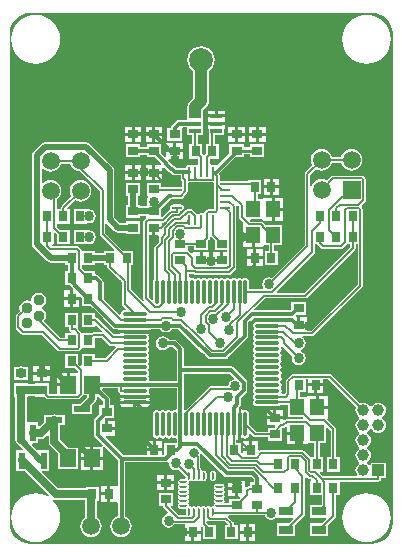
<source format=gtl>
G04 Layer_Physical_Order=1*
G04 Layer_Color=255*
%FSLAX24Y24*%
%MOIN*%
G70*
G01*
G75*
%ADD10R,0.1850X0.1350*%
%ADD11R,0.0236X0.0571*%
%ADD12R,0.0571X0.0236*%
%ADD13R,0.0354X0.0315*%
%ADD14R,0.0315X0.0354*%
%ADD15R,0.0551X0.0591*%
%ADD16R,0.0472X0.0551*%
%ADD17R,0.0394X0.0138*%
%ADD18O,0.0079X0.0354*%
%ADD19O,0.0354X0.0079*%
%ADD20R,0.0886X0.0886*%
%ADD21O,0.0827X0.0118*%
%ADD22O,0.0118X0.0827*%
%ADD23R,0.0472X0.0315*%
G04:AMPARAMS|DCode=24|XSize=24mil|YSize=9mil|CornerRadius=4.5mil|HoleSize=0mil|Usage=FLASHONLY|Rotation=270.000|XOffset=0mil|YOffset=0mil|HoleType=Round|Shape=RoundedRectangle|*
%AMROUNDEDRECTD24*
21,1,0.0240,0.0000,0,0,270.0*
21,1,0.0150,0.0090,0,0,270.0*
1,1,0.0090,0.0000,-0.0075*
1,1,0.0090,0.0000,0.0075*
1,1,0.0090,0.0000,0.0075*
1,1,0.0090,0.0000,-0.0075*
%
%ADD24ROUNDEDRECTD24*%
G04:AMPARAMS|DCode=25|XSize=24mil|YSize=9mil|CornerRadius=4.5mil|HoleSize=0mil|Usage=FLASHONLY|Rotation=180.000|XOffset=0mil|YOffset=0mil|HoleType=Round|Shape=RoundedRectangle|*
%AMROUNDEDRECTD25*
21,1,0.0240,0.0000,0,0,180.0*
21,1,0.0150,0.0090,0,0,180.0*
1,1,0.0090,-0.0075,0.0000*
1,1,0.0090,0.0075,0.0000*
1,1,0.0090,0.0075,0.0000*
1,1,0.0090,-0.0075,0.0000*
%
%ADD25ROUNDEDRECTD25*%
%ADD26C,0.0200*%
%ADD27C,0.0250*%
%ADD28C,0.0060*%
%ADD29C,0.0400*%
%ADD30C,0.0120*%
%ADD31C,0.0080*%
%ADD32C,0.0100*%
%ADD33C,0.0080*%
%ADD34R,0.0394X0.0295*%
%ADD35R,0.0591X0.0591*%
%ADD36C,0.0591*%
%ADD37R,0.0591X0.0591*%
%ADD38C,0.0866*%
%ADD39C,0.0787*%
%ADD40C,0.0370*%
%ADD41C,0.0394*%
%ADD42R,0.0394X0.0394*%
%ADD43C,0.0340*%
%ADD44C,0.0320*%
G36*
X5840Y11489D02*
X5967Y11451D01*
X6084Y11389D01*
X6186Y11305D01*
X6270Y11202D01*
X6333Y11085D01*
X6371Y10959D01*
X6384Y10828D01*
X6384Y10827D01*
Y-5512D01*
X6384Y-5513D01*
X6371Y-5644D01*
X6333Y-5770D01*
X6270Y-5887D01*
X6186Y-5990D01*
X6084Y-6074D01*
X5967Y-6136D01*
X5840Y-6174D01*
X5710Y-6187D01*
X5709Y-6187D01*
X-5709D01*
X-5710Y-6187D01*
X-5840Y-6174D01*
X-5967Y-6136D01*
X-6084Y-6074D01*
X-6186Y-5990D01*
X-6270Y-5887D01*
X-6333Y-5770D01*
X-6371Y-5644D01*
X-6384Y-5513D01*
X-6384Y-5512D01*
Y10827D01*
X-6384Y10828D01*
X-6371Y10959D01*
X-6333Y11085D01*
X-6270Y11202D01*
X-6186Y11305D01*
X-6084Y11389D01*
X-5967Y11451D01*
X-5840Y11489D01*
X-5710Y11502D01*
X-5709Y11502D01*
X5709D01*
X5710Y11502D01*
X5840Y11489D01*
D02*
G37*
%LPC*%
G36*
X-5038Y-254D02*
X-5265D01*
Y-462D01*
X-5038D01*
Y-254D01*
D02*
G37*
G36*
X-5365D02*
X-5592D01*
Y-462D01*
X-5365D01*
Y-254D01*
D02*
G37*
G36*
X-4054Y1928D02*
X-4261D01*
Y1701D01*
X-4054D01*
Y1928D01*
D02*
G37*
G36*
X-4361D02*
X-4568D01*
Y1701D01*
X-4361D01*
Y1928D01*
D02*
G37*
G36*
X-5365Y-562D02*
X-5592D01*
Y-769D01*
X-5365D01*
Y-562D01*
D02*
G37*
G36*
X-4479Y-491D02*
X-4805D01*
Y-836D01*
X-4479D01*
Y-491D01*
D02*
G37*
G36*
X-6004Y-277D02*
X-6090Y-294D01*
X-6241D01*
Y-729D01*
X-6089D01*
X-6004Y-746D01*
X-5919Y-729D01*
X-5767D01*
Y-294D01*
X-5918D01*
X-6004Y-277D01*
D02*
G37*
G36*
X-5038Y-562D02*
X-5265D01*
Y-769D01*
X-5038D01*
Y-562D01*
D02*
G37*
G36*
X-4361Y2256D02*
X-4568D01*
Y2028D01*
X-4361D01*
Y2256D01*
D02*
G37*
G36*
X2738Y4911D02*
X2452D01*
Y4585D01*
X2738D01*
Y4911D01*
D02*
G37*
G36*
X1682Y4044D02*
X1396D01*
Y3719D01*
X1682D01*
Y4044D01*
D02*
G37*
G36*
X2293Y5659D02*
X2085D01*
Y5432D01*
X2293D01*
Y5659D01*
D02*
G37*
G36*
X2738Y5336D02*
X2452D01*
Y5011D01*
X2738D01*
Y5336D01*
D02*
G37*
G36*
X2049Y3296D02*
X1841D01*
Y3069D01*
X2049D01*
Y3296D01*
D02*
G37*
G36*
X1741D02*
X1534D01*
Y3069D01*
X1741D01*
Y3296D01*
D02*
G37*
G36*
X2049Y3624D02*
X1841D01*
Y3396D01*
X2049D01*
Y3624D01*
D02*
G37*
G36*
X1741D02*
X1534D01*
Y3396D01*
X1741D01*
Y3624D01*
D02*
G37*
G36*
X2738Y-1731D02*
X2511D01*
Y-1938D01*
X2738D01*
Y-1731D01*
D02*
G37*
G36*
X1505Y-5530D02*
X1298D01*
Y-5757D01*
X1505D01*
Y-5530D01*
D02*
G37*
G36*
X1813Y-5857D02*
X1605D01*
Y-6084D01*
X1813D01*
Y-5857D01*
D02*
G37*
G36*
X-3121Y-4578D02*
X-3328D01*
Y-4805D01*
X-3121D01*
Y-4578D01*
D02*
G37*
G36*
X1813Y-5530D02*
X1605D01*
Y-5757D01*
X1813D01*
Y-5530D01*
D02*
G37*
G36*
X-326Y-5857D02*
X-533D01*
Y-6084D01*
X-326D01*
Y-5857D01*
D02*
G37*
G36*
X5512Y-4501D02*
X5353Y-4517D01*
X5200Y-4563D01*
X5060Y-4638D01*
X4936Y-4739D01*
X4835Y-4863D01*
X4760Y-5003D01*
X4714Y-5156D01*
X4698Y-5315D01*
X4714Y-5474D01*
X4760Y-5626D01*
X4835Y-5767D01*
X4936Y-5890D01*
X5060Y-5992D01*
X5200Y-6067D01*
X5353Y-6113D01*
X5512Y-6129D01*
X5671Y-6113D01*
X5823Y-6067D01*
X5964Y-5992D01*
X6087Y-5890D01*
X6189Y-5767D01*
X6264Y-5626D01*
X6310Y-5474D01*
X6326Y-5315D01*
X6310Y-5156D01*
X6264Y-5003D01*
X6189Y-4863D01*
X6087Y-4739D01*
X5964Y-4638D01*
X5823Y-4563D01*
X5671Y-4517D01*
X5512Y-4501D01*
D02*
G37*
G36*
X1505Y-5857D02*
X1298D01*
Y-6084D01*
X1505D01*
Y-5857D01*
D02*
G37*
G36*
X-18Y-5857D02*
X-226D01*
Y-6084D01*
X-18D01*
Y-5857D01*
D02*
G37*
G36*
X-3121Y-4250D02*
X-3328D01*
Y-4478D01*
X-3121D01*
Y-4250D01*
D02*
G37*
G36*
X-3266Y-3396D02*
X-3592D01*
Y-3742D01*
X-3266D01*
Y-3396D01*
D02*
G37*
G36*
X-3692D02*
X-4017D01*
Y-3742D01*
X-3692D01*
Y-3396D01*
D02*
G37*
G36*
X2411Y-1731D02*
X2183D01*
Y-1938D01*
X2411D01*
Y-1731D01*
D02*
G37*
G36*
X-3692Y-2951D02*
X-4017D01*
Y-3296D01*
X-3692D01*
Y-2951D01*
D02*
G37*
G36*
X-904Y-4204D02*
X-1131D01*
Y-4411D01*
X-904D01*
Y-4204D01*
D02*
G37*
G36*
X-1231D02*
X-1458D01*
Y-4411D01*
X-1231D01*
Y-4204D01*
D02*
G37*
G36*
X-904Y-3896D02*
X-1131D01*
Y-4104D01*
X-904D01*
Y-3896D01*
D02*
G37*
G36*
X-1231D02*
X-1458D01*
Y-4104D01*
X-1231D01*
Y-3896D01*
D02*
G37*
G36*
X2600Y5659D02*
X2393D01*
Y5432D01*
X2600D01*
Y5659D01*
D02*
G37*
G36*
X-1625Y7411D02*
X-1852D01*
Y7203D01*
X-1625D01*
Y7411D01*
D02*
G37*
G36*
X-1987D02*
X-2214D01*
Y7203D01*
X-1987D01*
Y7411D01*
D02*
G37*
G36*
X2147Y7718D02*
X1920D01*
Y7511D01*
X2147D01*
Y7718D01*
D02*
G37*
G36*
X1458D02*
X1231D01*
Y7511D01*
X1458D01*
Y7718D01*
D02*
G37*
G36*
X1820D02*
X1593D01*
Y7511D01*
X1820D01*
Y7718D01*
D02*
G37*
G36*
X-609Y6859D02*
X-836D01*
Y6652D01*
X-609D01*
Y6859D01*
D02*
G37*
G36*
X809Y8021D02*
X512D01*
X215D01*
Y7902D01*
Y7865D01*
X512D01*
X809D01*
Y7902D01*
Y8021D01*
D02*
G37*
G36*
X-936Y7167D02*
X-1163D01*
Y6959D01*
X-936D01*
Y7167D01*
D02*
G37*
G36*
X-2314Y7411D02*
X-2541D01*
Y7203D01*
X-2314D01*
Y7411D01*
D02*
G37*
G36*
X-609Y7167D02*
X-836D01*
Y6959D01*
X-609D01*
Y7167D01*
D02*
G37*
G36*
X1458Y7411D02*
X1231D01*
Y7203D01*
X1458D01*
Y7411D01*
D02*
G37*
G36*
X-1987Y7718D02*
X-2214D01*
Y7511D01*
X-1987D01*
Y7718D01*
D02*
G37*
G36*
X1820Y7411D02*
X1593D01*
Y7203D01*
X1820D01*
Y7411D01*
D02*
G37*
G36*
X-2314Y7718D02*
X-2541D01*
Y7511D01*
X-2314D01*
Y7718D01*
D02*
G37*
G36*
X2147Y7411D02*
X1920D01*
Y7203D01*
X2147D01*
Y7411D01*
D02*
G37*
G36*
X-1298Y7718D02*
X-1525D01*
Y7511D01*
X-1298D01*
Y7718D01*
D02*
G37*
G36*
X1131D02*
X904D01*
Y7511D01*
X1131D01*
Y7718D01*
D02*
G37*
G36*
X-1298Y7411D02*
X-1525D01*
Y7203D01*
X-1298D01*
Y7411D01*
D02*
G37*
G36*
X-1625Y7718D02*
X-1852D01*
Y7511D01*
X-1625D01*
Y7718D01*
D02*
G37*
G36*
X1131Y7411D02*
X904D01*
Y7203D01*
X1131D01*
Y7411D01*
D02*
G37*
G36*
X809Y8240D02*
X562D01*
Y8121D01*
X809D01*
Y8240D01*
D02*
G37*
G36*
X462D02*
X215D01*
Y8121D01*
X462D01*
Y8240D01*
D02*
G37*
G36*
X5512Y11444D02*
X5353Y11428D01*
X5200Y11382D01*
X5060Y11307D01*
X4936Y11205D01*
X4835Y11082D01*
X4760Y10941D01*
X4714Y10789D01*
X4698Y10630D01*
X4714Y10471D01*
X4760Y10318D01*
X4835Y10178D01*
X4936Y10054D01*
X5060Y9953D01*
X5200Y9878D01*
X5353Y9832D01*
X5512Y9816D01*
X5671Y9832D01*
X5823Y9878D01*
X5964Y9953D01*
X6087Y10054D01*
X6189Y10178D01*
X6264Y10318D01*
X6310Y10471D01*
X6326Y10630D01*
X6310Y10789D01*
X6264Y10941D01*
X6189Y11082D01*
X6087Y11205D01*
X5964Y11307D01*
X5823Y11382D01*
X5671Y11428D01*
X5512Y11444D01*
D02*
G37*
G36*
X-1298Y6131D02*
X-1525D01*
Y5924D01*
X-1298D01*
Y6131D01*
D02*
G37*
G36*
X-1987Y6131D02*
X-2214D01*
Y5924D01*
X-1987D01*
Y6131D01*
D02*
G37*
G36*
X-5512Y11444D02*
X-5671Y11428D01*
X-5823Y11382D01*
X-5964Y11307D01*
X-6087Y11205D01*
X-6189Y11082D01*
X-6264Y10941D01*
X-6310Y10789D01*
X-6326Y10630D01*
X-6310Y10471D01*
X-6264Y10318D01*
X-6189Y10178D01*
X-6087Y10054D01*
X-5964Y9953D01*
X-5823Y9878D01*
X-5671Y9832D01*
X-5512Y9816D01*
X-5353Y9832D01*
X-5200Y9878D01*
X-5060Y9953D01*
X-4936Y10054D01*
X-4835Y10178D01*
X-4760Y10318D01*
X-4714Y10471D01*
X-4698Y10630D01*
X-4714Y10789D01*
X-4760Y10941D01*
X-4835Y11082D01*
X-4936Y11205D01*
X-5060Y11307D01*
X-5200Y11382D01*
X-5353Y11428D01*
X-5512Y11444D01*
D02*
G37*
G36*
X-1625Y6131D02*
X-1852D01*
Y5924D01*
X-1625D01*
Y6131D01*
D02*
G37*
G36*
X-2314Y6131D02*
X-2541D01*
Y5924D01*
X-2314D01*
Y6131D01*
D02*
G37*
G36*
X-1625Y6439D02*
X-1852D01*
Y6231D01*
X-1625D01*
Y6439D01*
D02*
G37*
G36*
X2600Y5986D02*
X2393D01*
Y5759D01*
X2600D01*
Y5986D01*
D02*
G37*
G36*
X0Y10399D02*
X-118Y10383D01*
X-229Y10337D01*
X-324Y10265D01*
X-396Y10170D01*
X-442Y10059D01*
X-458Y9941D01*
X-442Y9822D01*
X-396Y9712D01*
X-324Y9617D01*
X-262Y9570D01*
Y8672D01*
X-382Y8552D01*
X-424Y8497D01*
X-450Y8434D01*
X-459Y8366D01*
X-459Y8363D01*
Y8071D01*
X-454Y8059D01*
Y7937D01*
X-748D01*
X-795Y7928D01*
X-835Y7901D01*
X-972Y7764D01*
X-999Y7724D01*
X-1008Y7678D01*
X-1123D01*
Y7243D01*
X-649D01*
Y7678D01*
X-605Y7693D01*
X-454D01*
Y7430D01*
X-299D01*
Y7127D01*
X-395D01*
Y6653D01*
X-102D01*
Y6474D01*
X-152Y6448D01*
X-158Y6452D01*
X-197Y6460D01*
X-236Y6452D01*
X-268Y6430D01*
X-322D01*
X-355Y6452D01*
X-394Y6460D01*
X-432Y6452D01*
X-465Y6430D01*
X-487Y6397D01*
X-495Y6358D01*
Y6343D01*
X-835D01*
X-883Y6391D01*
X-923Y6418D01*
X-952Y6423D01*
X-1057Y6529D01*
X-1063Y6557D01*
X-1089Y6597D01*
X-1098Y6606D01*
X-1079Y6652D01*
X-936D01*
Y6859D01*
X-1163D01*
Y6736D01*
X-1209Y6717D01*
X-1338Y6845D01*
Y7127D01*
X-1812D01*
Y7032D01*
X-2027D01*
Y7127D01*
X-2501D01*
Y6692D01*
X-2027D01*
Y6787D01*
X-1812D01*
Y6692D01*
X-1530D01*
X-1327Y6489D01*
X-1348Y6439D01*
X-1525D01*
Y6231D01*
X-1298D01*
Y6352D01*
X-1248Y6373D01*
X-1092Y6218D01*
X-1053Y6191D01*
X-1024Y6186D01*
X-972Y6134D01*
X-933Y6107D01*
X-886Y6098D01*
X-682D01*
Y6004D01*
X-675Y5969D01*
X-655Y5939D01*
X-632Y5915D01*
Y5742D01*
X-669Y5712D01*
X-945D01*
X-984Y5704D01*
X-986Y5702D01*
X-1338D01*
Y5847D01*
X-1812D01*
Y5412D01*
X-1779D01*
X-1754Y5362D01*
X-1791Y5306D01*
X-1809Y5217D01*
X-1800Y5169D01*
X-1812Y5119D01*
X-1812D01*
X-1812Y5119D01*
Y5065D01*
X-2027D01*
Y5119D01*
X-2101D01*
Y5412D01*
X-2027D01*
Y5847D01*
X-2501D01*
Y5412D01*
X-2427D01*
Y5119D01*
X-2501D01*
Y4684D01*
X-2027D01*
Y4738D01*
X-1831D01*
X-1822Y4688D01*
X-1842Y4675D01*
X-1907Y4610D01*
X-1927Y4580D01*
X-1934Y4545D01*
Y2005D01*
X-1927Y1970D01*
X-1915Y1952D01*
X-1953Y1920D01*
X-2334Y2300D01*
Y3109D01*
X-2263D01*
Y3584D01*
X-2588D01*
X-3192Y4187D01*
Y4465D01*
X-3142Y4486D01*
X-2891Y4235D01*
X-2838Y4200D01*
X-2776Y4187D01*
X-2501D01*
Y4133D01*
X-2027D01*
Y4568D01*
X-2501D01*
Y4514D01*
X-2708D01*
X-2888Y4694D01*
Y6254D01*
X-2900Y6317D01*
X-2936Y6369D01*
X-3716Y7149D01*
X-3769Y7185D01*
X-3831Y7197D01*
X-5208D01*
X-5271Y7185D01*
X-5324Y7149D01*
X-5590Y6883D01*
X-5626Y6830D01*
X-5638Y6767D01*
Y3806D01*
X-5626Y3744D01*
X-5590Y3691D01*
X-5131Y3231D01*
X-5078Y3196D01*
X-5015Y3183D01*
X-4529D01*
Y3109D01*
X-4433D01*
Y2904D01*
X-4529D01*
Y2430D01*
X-4385D01*
X-4256Y2302D01*
X-4261Y2290D01*
Y2028D01*
X-4036D01*
X-4007Y2041D01*
X-3977Y2018D01*
Y1741D01*
X-3696D01*
X-2951Y996D01*
X-2911Y970D01*
X-2864Y960D01*
X-2756D01*
X-2737Y936D01*
X-2205D01*
X-1674D01*
X-1654Y961D01*
X-1377D01*
X-1347Y917D01*
X-1271Y866D01*
X-1181Y848D01*
X-1091Y866D01*
X-1015Y917D01*
X-986Y961D01*
X-756D01*
X2Y203D01*
X42Y177D01*
X65Y172D01*
X226Y11D01*
X266Y-15D01*
X312Y-25D01*
X800D01*
X847Y-15D01*
X886Y11D01*
X1540Y665D01*
X1567Y705D01*
X1576Y752D01*
Y1191D01*
X1642Y1257D01*
X1696Y1240D01*
X1701Y1217D01*
X1736Y1165D01*
X1754Y1153D01*
X1738Y1129D01*
X1729Y1083D01*
X1738Y1036D01*
X1748Y1021D01*
X1760Y984D01*
X1748Y947D01*
X1738Y932D01*
X1729Y886D01*
X1738Y839D01*
X1765Y800D01*
Y775D01*
X1738Y735D01*
X1729Y689D01*
X1738Y643D01*
X1765Y603D01*
Y578D01*
X1738Y539D01*
X1729Y492D01*
X1738Y446D01*
X1748Y430D01*
X1760Y394D01*
X1748Y357D01*
X1738Y342D01*
X1729Y295D01*
X1738Y249D01*
X1765Y209D01*
Y184D01*
X1738Y145D01*
X1729Y98D01*
X1738Y52D01*
X1748Y37D01*
X1760Y-0D01*
X1748Y-37D01*
X1738Y-52D01*
X1729Y-98D01*
X1738Y-145D01*
X1765Y-184D01*
Y-209D01*
X1738Y-249D01*
X1729Y-295D01*
X1738Y-342D01*
X1765Y-381D01*
Y-406D01*
X1738Y-446D01*
X1729Y-492D01*
X1738Y-539D01*
X1748Y-554D01*
X1760Y-591D01*
X1748Y-627D01*
X1738Y-643D01*
X1729Y-689D01*
X1738Y-735D01*
X1765Y-775D01*
Y-800D01*
X1738Y-839D01*
X1729Y-886D01*
X1738Y-932D01*
X1748Y-948D01*
X1760Y-984D01*
X1748Y-1021D01*
X1738Y-1036D01*
X1729Y-1083D01*
X1738Y-1129D01*
X1765Y-1169D01*
Y-1194D01*
X1738Y-1233D01*
X1729Y-1280D01*
X1738Y-1326D01*
X1765Y-1365D01*
Y-1391D01*
X1738Y-1430D01*
X1729Y-1476D01*
X1738Y-1523D01*
X1765Y-1562D01*
X1804Y-1589D01*
X1850Y-1598D01*
X2559D01*
X2605Y-1589D01*
X2636Y-1568D01*
X2912D01*
Y-1969D01*
X3384D01*
X3394Y-1983D01*
X3368Y-2033D01*
X2859D01*
X2824Y-2040D01*
X2794Y-2060D01*
X2784Y-2070D01*
X2738Y-2051D01*
Y-2038D01*
X2183D01*
Y-2246D01*
X2458D01*
X2478Y-2293D01*
X2454Y-2322D01*
X2223D01*
Y-2448D01*
X1849D01*
X1598Y-2196D01*
Y-1850D01*
X1589Y-1804D01*
X1562Y-1765D01*
X1523Y-1738D01*
X1476Y-1729D01*
X1430Y-1738D01*
X1406Y-1754D01*
X1394Y-1736D01*
X1342Y-1701D01*
X1291Y-1691D01*
X1274Y-1658D01*
X1271Y-1639D01*
X1296Y-1615D01*
X1322Y-1575D01*
X1332Y-1529D01*
Y-1338D01*
X1518Y-1152D01*
X1545Y-1112D01*
X1554Y-1065D01*
Y-825D01*
X1545Y-778D01*
X1518Y-738D01*
X1087Y-307D01*
X1047Y-281D01*
X1001Y-271D01*
X-567D01*
Y295D01*
X-576Y342D01*
X-602Y382D01*
X-799Y579D01*
X-839Y605D01*
X-886Y614D01*
X-1085D01*
X-1114Y658D01*
X-1190Y709D01*
X-1280Y727D01*
X-1369Y709D01*
X-1445Y658D01*
X-1496Y582D01*
X-1514Y492D01*
X-1496Y402D01*
X-1445Y326D01*
X-1369Y275D01*
X-1280Y258D01*
X-1190Y275D01*
X-1114Y326D01*
X-1085Y370D01*
X-936D01*
X-811Y245D01*
Y-394D01*
Y-763D01*
X-1701D01*
X-1734Y-713D01*
X-1729Y-689D01*
X-1738Y-643D01*
X-1748Y-627D01*
X-1760Y-591D01*
X-1748Y-554D01*
X-1738Y-539D01*
X-1729Y-492D01*
X-1738Y-446D01*
X-1765Y-406D01*
Y-381D01*
X-1738Y-342D01*
X-1729Y-295D01*
X-1738Y-249D01*
X-1765Y-209D01*
Y-184D01*
X-1738Y-145D01*
X-1729Y-98D01*
X-1738Y-52D01*
X-1748Y-37D01*
X-1760Y-0D01*
X-1748Y37D01*
X-1738Y52D01*
X-1729Y98D01*
X-1738Y145D01*
X-1765Y184D01*
Y209D01*
X-1738Y249D01*
X-1729Y295D01*
X-1738Y342D01*
X-1765Y381D01*
Y406D01*
X-1738Y446D01*
X-1729Y492D01*
X-1738Y539D01*
X-1765Y578D01*
Y603D01*
X-1738Y643D01*
X-1729Y689D01*
X-1738Y735D01*
X-1754Y759D01*
X-1736Y771D01*
X-1701Y824D01*
X-1698Y836D01*
X-2205D01*
X-2715D01*
X-2742Y791D01*
X-2911D01*
X-3461Y1342D01*
X-3494Y1364D01*
X-3533Y1372D01*
X-3542D01*
Y1507D01*
X-3977D01*
Y1033D01*
X-3542D01*
Y1069D01*
X-3496Y1088D01*
X-3318Y911D01*
X-3339Y861D01*
X-3592D01*
X-3631Y853D01*
X-3664Y831D01*
X-3667Y828D01*
X-3965D01*
X-3969Y844D01*
X-3989Y874D01*
X-4097Y983D01*
X-4094Y1033D01*
X-4094Y1033D01*
X-4094Y1033D01*
Y1507D01*
X-4529D01*
Y1033D01*
X-4403D01*
Y965D01*
X-4396Y929D01*
X-4376Y900D01*
X-4346Y880D01*
X-4336Y878D01*
X-4341Y828D01*
X-4529D01*
Y682D01*
X-4686D01*
X-5237Y1233D01*
X-5237Y1241D01*
X-5183Y1322D01*
X-5164Y1417D01*
X-5183Y1513D01*
X-5237Y1594D01*
X-5317Y1648D01*
X-5318Y1653D01*
Y1694D01*
X-5317Y1699D01*
X-5237Y1752D01*
X-5183Y1834D01*
X-5164Y1929D01*
X-5183Y2025D01*
X-5237Y2106D01*
X-5318Y2160D01*
X-5413Y2179D01*
X-5509Y2160D01*
X-5590Y2106D01*
X-5644Y2025D01*
X-5663Y1929D01*
X-5663Y1927D01*
X-5704Y1899D01*
X-5711Y1904D01*
X-5807Y1923D01*
X-5903Y1904D01*
X-5984Y1850D01*
X-6038Y1769D01*
X-6057Y1673D01*
X-6038Y1578D01*
X-6036Y1574D01*
X-6157Y1453D01*
X-6177Y1423D01*
X-6184Y1388D01*
Y1043D01*
X-6177Y1008D01*
X-6157Y978D01*
X-5990Y811D01*
X-5960Y792D01*
X-5925Y785D01*
X-5304D01*
X-4768Y248D01*
X-4738Y229D01*
X-4703Y222D01*
X-4112D01*
X-4077Y229D01*
X-4047Y248D01*
X-3989Y307D01*
X-3969Y337D01*
X-3965Y353D01*
X-3542D01*
Y657D01*
X-3319D01*
X-3082Y420D01*
X-3049Y398D01*
X-3010Y390D01*
X-2861D01*
X-2841Y340D01*
X-3188Y-7D01*
X-3542D01*
Y139D01*
X-3977D01*
Y-237D01*
X-4024Y-256D01*
X-4094Y-186D01*
Y139D01*
X-4529D01*
Y-336D01*
X-4204D01*
X-4109Y-430D01*
Y-491D01*
X-4379D01*
Y-886D01*
X-4429D01*
Y-936D01*
X-4805D01*
Y-1189D01*
X-5059D01*
X-5078Y-1170D01*
Y-846D01*
X-5552D01*
Y-874D01*
X-5767D01*
Y-846D01*
X-6241D01*
Y-1280D01*
X-6193D01*
Y-2736D01*
X-6178Y-2808D01*
X-6137Y-2870D01*
X-6076Y-2910D01*
X-6056Y-2914D01*
X-5947Y-3024D01*
X-5966Y-3070D01*
X-6162D01*
Y-3343D01*
X-6173Y-3396D01*
X-6162Y-3449D01*
Y-3761D01*
X-5886D01*
X-5072Y-4575D01*
X-5102Y-4616D01*
X-5200Y-4563D01*
X-5353Y-4517D01*
X-5512Y-4501D01*
X-5671Y-4517D01*
X-5823Y-4563D01*
X-5964Y-4638D01*
X-6087Y-4739D01*
X-6189Y-4863D01*
X-6264Y-5003D01*
X-6310Y-5156D01*
X-6326Y-5315D01*
X-6310Y-5474D01*
X-6264Y-5626D01*
X-6189Y-5767D01*
X-6087Y-5890D01*
X-5964Y-5992D01*
X-5823Y-6067D01*
X-5671Y-6113D01*
X-5512Y-6129D01*
X-5353Y-6113D01*
X-5200Y-6067D01*
X-5060Y-5992D01*
X-4936Y-5890D01*
X-4835Y-5767D01*
X-4760Y-5626D01*
X-4714Y-5474D01*
X-4698Y-5315D01*
X-4714Y-5156D01*
X-4760Y-5003D01*
X-4835Y-4863D01*
X-4925Y-4753D01*
X-4899Y-4707D01*
X-4852Y-4716D01*
X-3862D01*
Y-5307D01*
X-3927Y-5357D01*
X-3984Y-5431D01*
X-4019Y-5517D01*
X-4032Y-5610D01*
X-4019Y-5703D01*
X-3984Y-5789D01*
X-3927Y-5864D01*
X-3852Y-5921D01*
X-3766Y-5956D01*
X-3673Y-5969D01*
X-3580Y-5956D01*
X-3494Y-5921D01*
X-3420Y-5864D01*
X-3363Y-5789D01*
X-3327Y-5703D01*
X-3315Y-5610D01*
X-3327Y-5517D01*
X-3363Y-5431D01*
X-3420Y-5357D01*
X-3485Y-5307D01*
Y-4765D01*
X-3405D01*
Y-4290D01*
X-3840D01*
Y-4339D01*
X-4774D01*
X-5306Y-3807D01*
X-5287Y-3761D01*
X-5058D01*
Y-3070D01*
X-5414D01*
X-5414Y-3070D01*
Y-3070D01*
X-5458Y-3052D01*
X-5628Y-2882D01*
X-5609Y-2836D01*
X-5432D01*
Y-2698D01*
X-5335D01*
X-5262Y-2684D01*
X-5201Y-2643D01*
X-5127Y-2569D01*
X-5080Y-2588D01*
Y-2785D01*
X-5066Y-2858D01*
X-5025Y-2919D01*
X-4765Y-3179D01*
Y-3702D01*
X-4094D01*
Y-2991D01*
X-4419D01*
X-4703Y-2707D01*
Y-2245D01*
X-4546D01*
Y-1889D01*
X-4839D01*
X-4892Y-1878D01*
X-4945Y-1889D01*
X-5237D01*
Y-2146D01*
X-5382Y-2291D01*
X-5432Y-2270D01*
Y-2145D01*
X-5788D01*
X-5815Y-2106D01*
Y-1280D01*
X-5767D01*
Y-1252D01*
X-5552D01*
Y-1280D01*
X-5227D01*
X-5162Y-1346D01*
X-5132Y-1366D01*
X-5097Y-1373D01*
X-4112D01*
X-4077Y-1366D01*
X-4047Y-1346D01*
X-3952Y-1251D01*
X-3946Y-1241D01*
X-3805D01*
Y-1301D01*
X-4019Y-1515D01*
X-4312D01*
Y-1871D01*
X-3621D01*
Y-1578D01*
X-3526Y-1483D01*
X-3491Y-1431D01*
X-3479Y-1368D01*
Y-1293D01*
X-3429Y-1272D01*
X-3272Y-1429D01*
Y-1574D01*
X-3387D01*
Y-1855D01*
X-3533Y-2002D01*
X-3560Y-2042D01*
X-3569Y-2088D01*
Y-2550D01*
X-3560Y-2597D01*
X-3533Y-2636D01*
X-3268Y-2901D01*
X-3289Y-2951D01*
X-3307Y-2951D01*
X-3592D01*
Y-3296D01*
X-3266D01*
Y-2994D01*
X-3266Y-2974D01*
X-3216Y-2953D01*
X-2770Y-3399D01*
Y-4233D01*
X-2813Y-4250D01*
X-2820Y-4250D01*
X-3021D01*
Y-4528D01*
Y-4805D01*
X-2820D01*
X-2813Y-4805D01*
X-2770Y-4822D01*
Y-5266D01*
X-2852Y-5300D01*
X-2927Y-5357D01*
X-2984Y-5431D01*
X-3019Y-5517D01*
X-3032Y-5610D01*
X-3019Y-5703D01*
X-2984Y-5789D01*
X-2927Y-5864D01*
X-2852Y-5921D01*
X-2766Y-5956D01*
X-2673Y-5969D01*
X-2580Y-5956D01*
X-2494Y-5921D01*
X-2420Y-5864D01*
X-2363Y-5789D01*
X-2327Y-5703D01*
X-2315Y-5610D01*
X-2327Y-5517D01*
X-2363Y-5431D01*
X-2420Y-5357D01*
X-2494Y-5300D01*
X-2526Y-5287D01*
Y-3471D01*
X-1183D01*
X-1136Y-3461D01*
X-1124Y-3453D01*
X-1079Y-3483D01*
X-1084Y-3507D01*
X-1066Y-3596D01*
X-1015Y-3672D01*
X-939Y-3723D01*
X-849Y-3741D01*
X-762Y-3724D01*
X-514Y-3971D01*
X-532Y-4014D01*
X-548Y-4020D01*
X-666D01*
X-707Y-4029D01*
X-741Y-4052D01*
X-764Y-4087D01*
X-773Y-4128D01*
X-764Y-4169D01*
X-744Y-4208D01*
X-764Y-4247D01*
X-773Y-4288D01*
X-764Y-4329D01*
X-744Y-4368D01*
X-764Y-4407D01*
X-773Y-4448D01*
X-764Y-4489D01*
X-741Y-4523D01*
Y-4531D01*
X-764Y-4565D01*
X-773Y-4606D01*
X-764Y-4647D01*
X-743Y-4685D01*
X-764Y-4723D01*
X-773Y-4764D01*
X-764Y-4805D01*
X-743Y-4843D01*
X-764Y-4880D01*
X-773Y-4921D01*
X-764Y-4962D01*
X-741Y-4997D01*
X-707Y-5020D01*
X-666Y-5028D01*
X-549D01*
X-512Y-5040D01*
X-501Y-5076D01*
Y-5193D01*
X-543Y-5236D01*
X-744D01*
X-1012Y-4968D01*
X-993Y-4922D01*
X-944D01*
Y-4487D01*
X-1418D01*
Y-4922D01*
X-1273D01*
Y-4929D01*
X-1266Y-4964D01*
X-1246Y-4994D01*
X-1107Y-5133D01*
X-1123Y-5187D01*
X-1172Y-5197D01*
X-1248Y-5248D01*
X-1299Y-5324D01*
X-1317Y-5413D01*
X-1299Y-5503D01*
X-1248Y-5579D01*
X-1172Y-5630D01*
X-1083Y-5648D01*
X-993Y-5630D01*
X-917Y-5579D01*
X-891Y-5540D01*
X-533D01*
Y-5757D01*
X-276D01*
X-18D01*
Y-5634D01*
X31Y-5612D01*
X58Y-5634D01*
Y-6044D01*
X493D01*
Y-5570D01*
X267D01*
X176Y-5480D01*
X181Y-5436D01*
X227Y-5418D01*
X228Y-5419D01*
X258Y-5439D01*
X293Y-5446D01*
X808D01*
X882Y-5520D01*
X862Y-5570D01*
X786D01*
Y-6044D01*
X1221D01*
Y-5570D01*
X1096D01*
Y-5512D01*
X1089Y-5477D01*
X1069Y-5447D01*
X913Y-5291D01*
X913Y-5285D01*
X929Y-5241D01*
X2116D01*
X2165Y-5315D01*
X2242Y-5366D01*
X2331Y-5384D01*
X2421Y-5366D01*
X2490Y-5320D01*
X2538Y-5316D01*
X2538Y-5316D01*
X2538Y-5316D01*
X3052D01*
X3071Y-5362D01*
X2922Y-5511D01*
X2538D01*
Y-5946D01*
X3131D01*
Y-5562D01*
X3442Y-5250D01*
X3462Y-5221D01*
X3469Y-5186D01*
Y-3986D01*
X3519Y-3966D01*
X3549Y-3995D01*
X3579Y-4015D01*
X3614Y-4022D01*
X3658D01*
X3674Y-4044D01*
X3650Y-4094D01*
X3641D01*
Y-4568D01*
X4014D01*
Y-4881D01*
X3641D01*
Y-5316D01*
X4154D01*
X4173Y-5362D01*
X4025Y-5511D01*
X3641D01*
Y-5946D01*
X4233D01*
Y-5562D01*
X4474Y-5321D01*
X4494Y-5291D01*
X4501Y-5256D01*
Y-4568D01*
X4627D01*
Y-4119D01*
X5906D01*
X5941Y-4112D01*
X5970Y-4092D01*
X5990Y-4062D01*
X5997Y-4027D01*
Y-3997D01*
X6162D01*
Y-3483D01*
X5649D01*
Y-3553D01*
X5599Y-3570D01*
X5589Y-3557D01*
X5537Y-3518D01*
X5533Y-3491D01*
Y-3490D01*
X5537Y-3463D01*
X5589Y-3423D01*
X5630Y-3370D01*
X5656Y-3307D01*
X5665Y-3240D01*
X5656Y-3173D01*
X5630Y-3111D01*
X5589Y-3057D01*
X5537Y-3018D01*
X5533Y-2991D01*
Y-2990D01*
X5537Y-2963D01*
X5589Y-2923D01*
X5630Y-2870D01*
X5656Y-2807D01*
X5665Y-2740D01*
X5656Y-2673D01*
X5630Y-2611D01*
X5589Y-2557D01*
X5537Y-2518D01*
X5533Y-2491D01*
Y-2490D01*
X5537Y-2463D01*
X5589Y-2423D01*
X5628Y-2372D01*
X5655Y-2368D01*
X5656D01*
X5683Y-2372D01*
X5722Y-2423D01*
X5776Y-2465D01*
X5838Y-2490D01*
X5906Y-2499D01*
X5973Y-2490D01*
X6035Y-2465D01*
X6089Y-2423D01*
X6130Y-2370D01*
X6156Y-2307D01*
X6165Y-2240D01*
X6156Y-2173D01*
X6130Y-2111D01*
X6089Y-2057D01*
X6037Y-2018D01*
X6033Y-1991D01*
Y-1990D01*
X6037Y-1963D01*
X6089Y-1923D01*
X6130Y-1870D01*
X6156Y-1807D01*
X6165Y-1740D01*
X6156Y-1673D01*
X6130Y-1611D01*
X6089Y-1557D01*
X6035Y-1516D01*
X5973Y-1490D01*
X5906Y-1481D01*
X5838Y-1490D01*
X5776Y-1516D01*
X5722Y-1557D01*
X5683Y-1608D01*
X5656Y-1612D01*
X5655D01*
X5628Y-1608D01*
X5589Y-1557D01*
X5535Y-1516D01*
X5473Y-1490D01*
X5406Y-1481D01*
X5338Y-1490D01*
X5301Y-1506D01*
X4349Y-554D01*
X4319Y-534D01*
X4284Y-527D01*
X3073D01*
X3038Y-534D01*
X3008Y-554D01*
X2849Y-713D01*
X2829Y-743D01*
X2822Y-778D01*
Y-1143D01*
X2777Y-1188D01*
X2692D01*
X2665Y-1138D01*
X2671Y-1129D01*
X2680Y-1083D01*
X2671Y-1036D01*
X2661Y-1021D01*
X2649Y-984D01*
X2661Y-948D01*
X2671Y-932D01*
X2680Y-886D01*
X2671Y-839D01*
X2645Y-800D01*
Y-775D01*
X2671Y-735D01*
X2680Y-689D01*
X2671Y-643D01*
X2661Y-627D01*
X2649Y-591D01*
X2661Y-554D01*
X2671Y-539D01*
X2680Y-492D01*
X2671Y-446D01*
X2645Y-406D01*
Y-381D01*
X2671Y-342D01*
X2680Y-295D01*
X2671Y-249D01*
X2645Y-209D01*
Y-184D01*
X2671Y-145D01*
X2680Y-98D01*
X2671Y-52D01*
X2661Y-37D01*
X2649Y-0D01*
X2661Y37D01*
X2671Y52D01*
X2680Y98D01*
X2671Y145D01*
X2645Y184D01*
Y209D01*
X2671Y249D01*
X2680Y295D01*
X2671Y342D01*
X2661Y357D01*
X2660Y361D01*
X2672Y377D01*
X2736Y382D01*
X3031Y87D01*
X3014Y0D01*
X3031Y-90D01*
X3082Y-166D01*
X3158Y-217D01*
X3248Y-235D01*
X3338Y-217D01*
X3414Y-166D01*
X3465Y-90D01*
X3483Y0D01*
X3465Y90D01*
X3414Y166D01*
X3338Y217D01*
X3318Y221D01*
Y272D01*
X3338Y275D01*
X3414Y326D01*
X3465Y402D01*
X3483Y492D01*
X3465Y582D01*
X3414Y658D01*
X3379Y681D01*
X3395Y731D01*
X3710D01*
X3745Y738D01*
X3775Y758D01*
X5371Y2354D01*
X5391Y2384D01*
X5398Y2419D01*
Y4939D01*
X5391Y4974D01*
X5371Y5004D01*
X5351Y5025D01*
X5350Y5093D01*
X5470Y5213D01*
X5490Y5243D01*
X5497Y5278D01*
Y5943D01*
X5490Y5978D01*
X5470Y6008D01*
X5417Y6060D01*
X5387Y6080D01*
X5352Y6087D01*
X4405D01*
X4370Y6080D01*
X4340Y6060D01*
X4200Y5920D01*
X4199Y5921D01*
X4112Y5956D01*
X4020Y5969D01*
X3927Y5956D01*
X3841Y5921D01*
X3766Y5864D01*
X3709Y5789D01*
X3685Y5731D01*
X3635Y5741D01*
Y6096D01*
X3840Y6301D01*
X3841Y6300D01*
X3927Y6264D01*
X4020Y6252D01*
X4112Y6264D01*
X4199Y6300D01*
X4273Y6357D01*
X4330Y6431D01*
X4366Y6517D01*
X4366Y6518D01*
X4673D01*
X4674Y6517D01*
X4709Y6431D01*
X4766Y6357D01*
X4841Y6300D01*
X4927Y6264D01*
X5020Y6252D01*
X5112Y6264D01*
X5199Y6300D01*
X5273Y6357D01*
X5330Y6431D01*
X5366Y6517D01*
X5378Y6610D01*
X5366Y6703D01*
X5330Y6789D01*
X5273Y6864D01*
X5199Y6921D01*
X5112Y6956D01*
X5020Y6969D01*
X4927Y6956D01*
X4841Y6921D01*
X4766Y6864D01*
X4709Y6789D01*
X4674Y6703D01*
X4673Y6702D01*
X4366D01*
X4366Y6703D01*
X4330Y6789D01*
X4273Y6864D01*
X4199Y6921D01*
X4112Y6956D01*
X4020Y6969D01*
X3927Y6956D01*
X3841Y6921D01*
X3766Y6864D01*
X3709Y6789D01*
X3674Y6703D01*
X3661Y6610D01*
X3674Y6517D01*
X3709Y6431D01*
X3710Y6430D01*
X3478Y6199D01*
X3459Y6169D01*
X3452Y6134D01*
Y3778D01*
X2351Y2678D01*
X2264Y2695D01*
X2174Y2677D01*
X2098Y2626D01*
X2047Y2550D01*
X2029Y2461D01*
X2047Y2371D01*
X2066Y2342D01*
X2039Y2292D01*
X1598D01*
Y2559D01*
X1589Y2605D01*
X1562Y2645D01*
X1523Y2671D01*
X1476Y2680D01*
X1430Y2671D01*
X1415Y2661D01*
X1378Y2649D01*
X1341Y2661D01*
X1326Y2671D01*
X1280Y2680D01*
X1233Y2671D01*
X1218Y2661D01*
X1181Y2649D01*
X1144Y2661D01*
X1129Y2671D01*
X1083Y2680D01*
X1036Y2671D01*
X997Y2645D01*
X972D01*
X932Y2671D01*
X886Y2680D01*
X839Y2671D01*
X800Y2645D01*
X775D01*
X735Y2671D01*
X689Y2680D01*
X643Y2671D01*
X627Y2661D01*
X591Y2649D01*
X554Y2661D01*
X539Y2671D01*
X492Y2680D01*
X446Y2671D01*
X406Y2645D01*
X381D01*
X342Y2671D01*
X295Y2680D01*
X249Y2671D01*
X209Y2645D01*
X184D01*
X145Y2671D01*
X98Y2680D01*
X52Y2671D01*
X13Y2645D01*
X-13D01*
X-52Y2671D01*
X-98Y2680D01*
X-145Y2671D01*
X-184Y2645D01*
X-209D01*
X-249Y2671D01*
X-295Y2680D01*
X-342Y2671D01*
X-350Y2665D01*
X-400Y2692D01*
Y2808D01*
X-248D01*
X-243Y2803D01*
X-213Y2783D01*
X-178Y2776D01*
X921D01*
X956Y2783D01*
X986Y2803D01*
X1148Y2965D01*
X1167Y2995D01*
X1174Y3030D01*
Y5065D01*
X1170Y5086D01*
X1216Y5111D01*
X1269Y5058D01*
Y4693D01*
X1276Y4658D01*
X1295Y4629D01*
X1413Y4511D01*
X1396Y4470D01*
X1396D01*
Y4144D01*
X1732D01*
Y4094D01*
X1782D01*
Y3719D01*
X2069D01*
Y3727D01*
X2105Y3759D01*
X2251D01*
Y3584D01*
X2125D01*
Y3109D01*
X2560D01*
Y3584D01*
X2434D01*
Y3759D01*
X2698D01*
Y4430D01*
X2146D01*
X2143Y4442D01*
X2123Y4472D01*
X2071Y4525D01*
X2041Y4545D01*
X2006Y4552D01*
X1643D01*
X1625Y4575D01*
X1648Y4625D01*
X2015D01*
X2028Y4625D01*
X2065Y4593D01*
Y4585D01*
X2352D01*
Y4961D01*
Y5336D01*
X2065D01*
Y5328D01*
X2028Y5296D01*
X2015Y5296D01*
X1883D01*
Y5472D01*
X2009D01*
Y5946D01*
X1574D01*
Y5899D01*
X986D01*
X984Y5901D01*
X945Y5908D01*
X669D01*
X625Y5951D01*
Y6062D01*
X618Y6097D01*
X598Y6126D01*
X577Y6147D01*
X1122Y6692D01*
X1418D01*
Y6797D01*
X1633D01*
Y6692D01*
X2107D01*
Y7127D01*
X1633D01*
Y7022D01*
X1418D01*
Y7127D01*
X944D01*
Y6831D01*
X530Y6417D01*
X468Y6426D01*
X465Y6430D01*
X432Y6452D01*
X394Y6460D01*
X355Y6452D01*
X349Y6448D01*
X299Y6474D01*
Y6653D01*
X591D01*
Y7127D01*
X456D01*
Y7430D01*
X769D01*
Y7646D01*
X809D01*
Y7765D01*
X512D01*
X215D01*
Y7646D01*
X255D01*
Y7592D01*
X252Y7579D01*
Y7127D01*
X157D01*
Y6816D01*
X129Y6789D01*
X115Y6785D01*
X82Y6785D01*
X68Y6789D01*
X40Y6816D01*
Y7127D01*
X-95D01*
Y7430D01*
X60D01*
Y7686D01*
Y8059D01*
X65Y8071D01*
Y8257D01*
X185Y8378D01*
X185Y8378D01*
X227Y8432D01*
X253Y8495D01*
X262Y8563D01*
X262Y8563D01*
Y9570D01*
X324Y9617D01*
X396Y9712D01*
X442Y9822D01*
X458Y9941D01*
X442Y10059D01*
X396Y10170D01*
X324Y10265D01*
X229Y10337D01*
X118Y10383D01*
X0Y10399D01*
D02*
G37*
G36*
X-2314Y6439D02*
X-2541D01*
Y6231D01*
X-2314D01*
Y6439D01*
D02*
G37*
G36*
X-1987D02*
X-2214D01*
Y6231D01*
X-1987D01*
Y6439D01*
D02*
G37*
G36*
X2293Y5986D02*
X2085D01*
Y5759D01*
X2293D01*
Y5986D01*
D02*
G37*
%LPD*%
G36*
X1330Y-2711D02*
X1342Y-2709D01*
X1394Y-2674D01*
X1406Y-2655D01*
X1430Y-2671D01*
X1476Y-2680D01*
X1523Y-2671D01*
X1562Y-2645D01*
X1589Y-2606D01*
X1598Y-2559D01*
Y-2521D01*
X1644Y-2502D01*
X1746Y-2604D01*
X1776Y-2624D01*
X1811Y-2631D01*
X2223D01*
Y-2757D01*
X2698D01*
Y-2343D01*
X2704Y-2337D01*
X2738D01*
X2773Y-2330D01*
X2803Y-2311D01*
X2826Y-2287D01*
X2872Y-2306D01*
Y-2450D01*
X3209D01*
Y-2500D01*
X3259D01*
Y-2876D01*
X3545D01*
Y-2867D01*
X3582Y-2836D01*
X3767D01*
Y-3306D01*
X3654D01*
X3439Y-3091D01*
X3410Y-3071D01*
X3374Y-3064D01*
X2010D01*
X1975Y-3071D01*
X1961Y-3081D01*
X1911Y-3060D01*
Y-2774D01*
X1704D01*
Y-3051D01*
X1654D01*
Y-3101D01*
X1396D01*
Y-3137D01*
X1349Y-3157D01*
X1320Y-3134D01*
Y-2814D01*
X1174D01*
Y-2732D01*
X1191Y-2723D01*
X1224Y-2710D01*
X1230Y-2711D01*
Y-2205D01*
X1330D01*
Y-2711D01*
D02*
G37*
G36*
X-394Y5855D02*
X394D01*
X441Y5814D01*
Y4972D01*
X254D01*
X219Y4965D01*
X190Y4945D01*
X132Y4888D01*
X112Y4858D01*
X110Y4846D01*
X103Y4841D01*
X59Y4826D01*
X56Y4826D01*
X39Y4838D01*
X0Y4845D01*
X-39Y4838D01*
X-72Y4816D01*
X-125D01*
X-158Y4838D01*
X-179Y4842D01*
X-275Y4938D01*
X-305Y4958D01*
X-340Y4965D01*
X-447D01*
X-482Y4958D01*
X-512Y4938D01*
X-725Y4726D01*
X-896D01*
X-931Y4719D01*
X-961Y4699D01*
X-1248Y4412D01*
X-1273Y4417D01*
X-1298Y4430D01*
Y4519D01*
X-1259D01*
X-1224Y4526D01*
X-1194Y4546D01*
X-957Y4783D01*
X-807D01*
X-772Y4790D01*
X-742Y4810D01*
X-722Y4839D01*
X-715Y4874D01*
Y4918D01*
X-669D01*
X-631Y4926D01*
X-598Y4948D01*
X-576Y4981D01*
X-568Y5020D01*
X-576Y5058D01*
X-598Y5091D01*
X-631Y5113D01*
X-669Y5121D01*
X-945D01*
X-984Y5113D01*
X-1017Y5091D01*
X-1038Y5058D01*
X-1046Y5020D01*
X-1038Y4981D01*
X-1028Y4965D01*
X-1030Y4959D01*
X-1060Y4939D01*
X-1288Y4711D01*
X-1338Y4725D01*
Y4966D01*
X-1173Y5130D01*
X-1165Y5142D01*
X-1154Y5150D01*
X-1012Y5291D01*
X-994D01*
X-947Y5300D01*
X-930Y5312D01*
X-669D01*
X-631Y5320D01*
X-598Y5342D01*
X-576Y5375D01*
X-572Y5395D01*
X-475Y5492D01*
X-455Y5522D01*
X-448Y5557D01*
Y5819D01*
X-398Y5855D01*
X-394Y5855D01*
D02*
G37*
G36*
X762Y-3925D02*
X802Y-3952D01*
X849Y-3961D01*
X1668D01*
X1748Y-4041D01*
Y-4133D01*
X1633D01*
Y-4259D01*
X1594D01*
X1559Y-4266D01*
X1530Y-4286D01*
X1504Y-4311D01*
X1458Y-4292D01*
Y-4093D01*
X1231D01*
Y-4350D01*
Y-4608D01*
X1267D01*
X1287Y-4655D01*
X1264Y-4684D01*
X944D01*
Y-4830D01*
X813D01*
X779Y-4780D01*
X782Y-4764D01*
X774Y-4723D01*
X752Y-4685D01*
X774Y-4647D01*
X782Y-4606D01*
X774Y-4565D01*
X751Y-4531D01*
Y-4523D01*
X774Y-4489D01*
X782Y-4448D01*
X774Y-4407D01*
X753Y-4368D01*
X774Y-4329D01*
X782Y-4288D01*
X774Y-4247D01*
X751Y-4212D01*
X716Y-4189D01*
X675Y-4180D01*
X525D01*
X484Y-4189D01*
X449Y-4212D01*
X426Y-4247D01*
X418Y-4288D01*
X426Y-4329D01*
X447Y-4368D01*
X426Y-4407D01*
X418Y-4448D01*
X426Y-4489D01*
X449Y-4523D01*
Y-4531D01*
X426Y-4565D01*
X418Y-4606D01*
X426Y-4647D01*
X448Y-4685D01*
X426Y-4723D01*
X418Y-4764D01*
X426Y-4805D01*
X448Y-4843D01*
X426Y-4880D01*
X418Y-4921D01*
X371Y-4942D01*
X359Y-4944D01*
X320Y-4965D01*
X281Y-4944D01*
X240Y-4936D01*
X199Y-4944D01*
X160Y-4965D01*
X121Y-4944D01*
X80Y-4936D01*
X39Y-4944D01*
X1Y-4965D01*
X-38Y-4944D01*
X-79Y-4936D01*
X-120Y-4944D01*
X-157Y-4966D01*
X-195Y-4944D01*
X-236Y-4936D01*
X-277Y-4944D01*
X-315Y-4966D01*
X-353Y-4944D01*
X-394Y-4936D01*
X-408Y-4921D01*
X-417Y-4880D01*
X-438Y-4843D01*
X-417Y-4805D01*
X-408Y-4764D01*
X-417Y-4723D01*
X-438Y-4685D01*
X-417Y-4647D01*
X-408Y-4606D01*
X-417Y-4565D01*
X-440Y-4531D01*
Y-4523D01*
X-417Y-4489D01*
X-408Y-4448D01*
X-417Y-4407D01*
X-438Y-4368D01*
X-417Y-4329D01*
X-408Y-4288D01*
X-417Y-4247D01*
X-438Y-4208D01*
X-417Y-4169D01*
X-414Y-4157D01*
X-394Y-4110D01*
X-353Y-4101D01*
X-315Y-4080D01*
X-277Y-4101D01*
X-236Y-4110D01*
X-195Y-4101D01*
X-157Y-4080D01*
X-120Y-4101D01*
X-79Y-4110D01*
X-38Y-4101D01*
X-3Y-4078D01*
X4D01*
X39Y-4101D01*
X80Y-4110D01*
X121Y-4101D01*
X156Y-4078D01*
X179Y-4044D01*
X187Y-4003D01*
Y-3853D01*
X179Y-3812D01*
X156Y-3777D01*
X121Y-3754D01*
X80Y-3746D01*
X63Y-3749D01*
X21Y-3727D01*
X11Y-3712D01*
X6Y-3688D01*
X-14Y-3658D01*
X-24Y-3647D01*
Y-3270D01*
X-31Y-3238D01*
X-29Y-3235D01*
X-22Y-3203D01*
X25Y-3188D01*
X762Y-3925D01*
D02*
G37*
G36*
X4967Y3719D02*
X3421Y2172D01*
X2538D01*
X2519Y2219D01*
X3774Y3473D01*
X3794Y3503D01*
X3801Y3538D01*
Y3798D01*
X3871D01*
X3872Y3794D01*
X3892Y3764D01*
X3982Y3673D01*
X4012Y3653D01*
X4047Y3647D01*
X4673D01*
X4708Y3653D01*
X4738Y3673D01*
X4862Y3798D01*
X4967D01*
Y3719D01*
D02*
G37*
G36*
X-1525Y4093D02*
X-1425D01*
X-1398Y4043D01*
X-1400Y4041D01*
X-1407Y4006D01*
Y3867D01*
X-1541Y3733D01*
X-1561Y3703D01*
X-1568Y3668D01*
Y2636D01*
X-1589Y2605D01*
X-1598Y2559D01*
Y1956D01*
X-1644Y1937D01*
X-1750Y2043D01*
Y4093D01*
X-1625D01*
Y4350D01*
X-1525D01*
Y4093D01*
D02*
G37*
G36*
X5215Y2457D02*
X3672Y914D01*
X3525D01*
Y1052D01*
X3248D01*
Y1102D01*
X3198D01*
Y1360D01*
X3177D01*
X3156Y1409D01*
X3177Y1436D01*
X3485D01*
Y1871D01*
X3011D01*
Y1629D01*
X2981Y1599D01*
X1794D01*
X1775Y1645D01*
X2119Y1989D01*
X3459D01*
X3494Y1996D01*
X3523Y2016D01*
X5124Y3616D01*
X5144Y3646D01*
X5151Y3681D01*
Y3798D01*
X5215D01*
Y2457D01*
D02*
G37*
G36*
X5171Y-1635D02*
X5155Y-1673D01*
X5146Y-1740D01*
X5155Y-1807D01*
X5181Y-1870D01*
X5222Y-1923D01*
X5274Y-1963D01*
X5278Y-1990D01*
Y-1991D01*
X5274Y-2018D01*
X5222Y-2057D01*
X5181Y-2111D01*
X5155Y-2173D01*
X5146Y-2240D01*
X5155Y-2307D01*
X5181Y-2370D01*
X5222Y-2423D01*
X5274Y-2463D01*
X5278Y-2490D01*
Y-2491D01*
X5274Y-2518D01*
X5222Y-2557D01*
X5181Y-2611D01*
X5155Y-2673D01*
X5146Y-2740D01*
X5155Y-2807D01*
X5181Y-2870D01*
X5222Y-2923D01*
X5274Y-2963D01*
X5278Y-2990D01*
Y-2991D01*
X5274Y-3018D01*
X5222Y-3057D01*
X5181Y-3111D01*
X5155Y-3173D01*
X5146Y-3240D01*
X5155Y-3307D01*
X5181Y-3370D01*
X5222Y-3423D01*
X5274Y-3463D01*
X5278Y-3490D01*
Y-3491D01*
X5274Y-3518D01*
X5222Y-3557D01*
X5181Y-3611D01*
X5155Y-3673D01*
X5146Y-3740D01*
X5155Y-3807D01*
X5181Y-3870D01*
X5193Y-3885D01*
X5168Y-3935D01*
X4054D01*
X3946Y-3827D01*
X3965Y-3780D01*
X4076D01*
Y-3306D01*
X3950D01*
Y-2836D01*
X4174D01*
Y-2338D01*
X4220Y-2319D01*
X4318Y-2416D01*
Y-3306D01*
X4192D01*
Y-3780D01*
X4627D01*
Y-3306D01*
X4501D01*
Y-2378D01*
X4494Y-2343D01*
X4474Y-2313D01*
X4201Y-2040D01*
X4214Y-2009D01*
X4214D01*
Y-1684D01*
X3878D01*
Y-1634D01*
X3828D01*
Y-1258D01*
X3542D01*
Y-1267D01*
X3505Y-1298D01*
X3300D01*
Y-1123D01*
X3485D01*
Y-710D01*
X3561D01*
Y-836D01*
X3819D01*
X4076D01*
Y-710D01*
X4246D01*
X5171Y-1635D01*
D02*
G37*
G36*
X-4366Y6486D02*
X-4330Y6400D01*
X-4273Y6325D01*
X-4199Y6268D01*
X-4112Y6233D01*
X-4034Y6222D01*
X-3375Y5563D01*
Y4149D01*
X-3368Y4114D01*
X-3348Y4085D01*
X-2893Y3630D01*
X-2913Y3584D01*
X-3249D01*
Y3510D01*
X-3542D01*
Y3584D01*
X-3976D01*
X-3979Y3596D01*
X-3999Y3626D01*
X-4088Y3715D01*
X-4118Y3735D01*
X-4153Y3742D01*
X-4967D01*
X-4971Y3748D01*
X-4945Y3798D01*
X-4920D01*
Y4174D01*
X-4874Y4193D01*
X-4804Y4123D01*
Y3798D01*
X-4369D01*
Y4273D01*
X-4694D01*
X-4799Y4377D01*
Y4487D01*
X-4369D01*
Y4962D01*
X-4436D01*
X-4457Y5012D01*
X-4200Y5269D01*
X-4199Y5268D01*
X-4112Y5233D01*
X-4020Y5220D01*
X-3927Y5233D01*
X-3841Y5268D01*
X-3766Y5325D01*
X-3709Y5400D01*
X-3674Y5486D01*
X-3661Y5579D01*
X-3674Y5671D01*
X-3709Y5758D01*
X-3766Y5832D01*
X-3841Y5889D01*
X-3927Y5925D01*
X-4020Y5937D01*
X-4112Y5925D01*
X-4199Y5889D01*
X-4273Y5832D01*
X-4330Y5758D01*
X-4366Y5671D01*
X-4378Y5579D01*
X-4366Y5486D01*
X-4330Y5400D01*
X-4329Y5399D01*
X-4652Y5077D01*
X-4671Y5047D01*
X-4678Y5012D01*
Y4962D01*
X-4799D01*
Y5301D01*
X-4766Y5325D01*
X-4709Y5400D01*
X-4674Y5486D01*
X-4661Y5579D01*
X-4674Y5671D01*
X-4709Y5758D01*
X-4766Y5832D01*
X-4841Y5889D01*
X-4927Y5925D01*
X-5020Y5937D01*
X-5112Y5925D01*
X-5199Y5889D01*
X-5262Y5841D01*
X-5312Y5857D01*
Y6300D01*
X-5262Y6317D01*
X-5199Y6268D01*
X-5112Y6233D01*
X-5020Y6220D01*
X-4927Y6233D01*
X-4841Y6268D01*
X-4766Y6325D01*
X-4709Y6400D01*
X-4674Y6486D01*
X-4673Y6487D01*
X-4366D01*
X-4366Y6486D01*
D02*
G37*
G36*
X1101Y-667D02*
X1085Y-722D01*
X1052Y-728D01*
X976Y-779D01*
X925Y-855D01*
X911Y-928D01*
X325D01*
X290Y-935D01*
X260Y-955D01*
X-517Y-1731D01*
X-526Y-1730D01*
X-567Y-1701D01*
Y-886D01*
Y-516D01*
X950D01*
X1101Y-667D01*
D02*
G37*
G36*
X-2759Y-1083D02*
X-2752Y-1118D01*
X-2732Y-1148D01*
X-2702Y-1167D01*
X-2692Y-1192D01*
X-2709Y-1217D01*
X-2711Y-1230D01*
X-2205D01*
X-1698D01*
X-1701Y-1217D01*
X-1736Y-1165D01*
X-1754Y-1153D01*
X-1738Y-1129D01*
X-1729Y-1083D01*
X-1734Y-1058D01*
X-1701Y-1008D01*
X-811D01*
Y-1701D01*
X-861Y-1734D01*
X-886Y-1729D01*
X-932Y-1738D01*
X-972Y-1765D01*
X-997D01*
X-1036Y-1738D01*
X-1083Y-1729D01*
X-1129Y-1738D01*
X-1169Y-1765D01*
X-1194D01*
X-1233Y-1738D01*
X-1280Y-1729D01*
X-1326Y-1738D01*
X-1365Y-1765D01*
X-1391D01*
X-1430Y-1738D01*
X-1476Y-1729D01*
X-1523Y-1738D01*
X-1562Y-1765D01*
X-1589Y-1804D01*
X-1598Y-1850D01*
Y-2559D01*
X-1589Y-2606D01*
X-1562Y-2645D01*
X-1523Y-2671D01*
X-1476Y-2680D01*
X-1430Y-2671D01*
X-1391Y-2645D01*
X-1365D01*
X-1326Y-2671D01*
X-1280Y-2680D01*
X-1233Y-2671D01*
X-1194Y-2645D01*
X-1169D01*
X-1129Y-2671D01*
X-1083Y-2680D01*
X-1036Y-2671D01*
X-997Y-2645D01*
X-972D01*
X-932Y-2671D01*
X-886Y-2680D01*
X-861Y-2676D01*
X-811Y-2708D01*
Y-2814D01*
X-1221D01*
Y-3214D01*
X-1234Y-3226D01*
X-1298D01*
Y-3101D01*
X-1555D01*
X-1813D01*
Y-3226D01*
X-2597D01*
X-3177Y-2646D01*
X-3158Y-2600D01*
X-2872D01*
Y-2393D01*
X-3150D01*
Y-2343D01*
X-3200D01*
Y-2067D01*
X-3212Y-2038D01*
X-3189Y-2009D01*
X-2912D01*
Y-1574D01*
X-3027D01*
Y-1378D01*
X-3037Y-1331D01*
X-3063Y-1291D01*
X-3296Y-1058D01*
X-3283Y-1008D01*
X-2759D01*
Y-1083D01*
D02*
G37*
G36*
X-3249Y3109D02*
X-3123D01*
Y3045D01*
X-3116Y3010D01*
X-3096Y2980D01*
X-2637Y2521D01*
Y1817D01*
X-2630Y1782D01*
X-2610Y1752D01*
X-2502Y1644D01*
X-2521Y1598D01*
X-2559D01*
X-2606Y1589D01*
X-2645Y1562D01*
X-2671Y1523D01*
X-2680Y1476D01*
X-2680Y1475D01*
X-2726Y1451D01*
X-3252Y1976D01*
Y2528D01*
X-3261Y2574D01*
X-3287Y2614D01*
X-3427Y2754D01*
X-3467Y2780D01*
X-3514Y2790D01*
X-3542D01*
Y2904D01*
X-3867D01*
X-3972Y3009D01*
Y3109D01*
X-3542D01*
Y3183D01*
X-3249D01*
Y3109D01*
D02*
G37*
G36*
X452Y3926D02*
Y3601D01*
X864D01*
Y3525D01*
X739D01*
Y3268D01*
X689D01*
Y3218D01*
X412D01*
Y3080D01*
X277D01*
Y3218D01*
X-0D01*
Y3268D01*
X-50D01*
Y3525D01*
X-277D01*
Y3513D01*
X-323Y3494D01*
X-410Y3580D01*
X-439Y3600D01*
X-452Y3602D01*
Y3727D01*
X-237D01*
Y3601D01*
X237D01*
Y3926D01*
X262Y3951D01*
X282Y3981D01*
X289Y4016D01*
Y4021D01*
X300Y4029D01*
X339Y4040D01*
X452Y3926D01*
D02*
G37*
%LPC*%
G36*
X1131Y-4093D02*
X904D01*
Y-4300D01*
X1131D01*
Y-4093D01*
D02*
G37*
G36*
Y-4400D02*
X904D01*
Y-4608D01*
X1131D01*
Y-4400D01*
D02*
G37*
G36*
X400Y-3746D02*
X359Y-3754D01*
X324Y-3777D01*
X301Y-3812D01*
X293Y-3853D01*
Y-4003D01*
X301Y-4044D01*
X324Y-4078D01*
X359Y-4101D01*
X400Y-4110D01*
X441Y-4101D01*
X476Y-4078D01*
X499Y-4044D01*
X507Y-4003D01*
Y-3853D01*
X499Y-3812D01*
X476Y-3777D01*
X441Y-3754D01*
X400Y-3746D01*
D02*
G37*
G36*
X4076Y-936D02*
X3869D01*
Y-1163D01*
X4076D01*
Y-936D01*
D02*
G37*
G36*
X3525Y1360D02*
X3298D01*
Y1152D01*
X3525D01*
Y1360D01*
D02*
G37*
G36*
X-1698Y-1330D02*
X-2205D01*
X-2711D01*
X-2709Y-1342D01*
X-2685Y-1378D01*
X-2709Y-1414D01*
X-2711Y-1426D01*
X-2205D01*
X-1698D01*
X-1701Y-1414D01*
X-1725Y-1378D01*
X-1701Y-1342D01*
X-1698Y-1330D01*
D02*
G37*
G36*
X3769Y-936D02*
X3561D01*
Y-1163D01*
X3769D01*
Y-936D01*
D02*
G37*
G36*
X-3818Y4273D02*
Y4273D01*
X-4253D01*
Y3798D01*
X-3818D01*
Y3798D01*
X-3800Y3813D01*
X-3740Y3801D01*
X-3650Y3819D01*
X-3574Y3870D01*
X-3523Y3946D01*
X-3506Y4035D01*
X-3523Y4125D01*
X-3574Y4201D01*
X-3650Y4252D01*
X-3740Y4270D01*
X-3800Y4258D01*
X-3818Y4273D01*
D02*
G37*
G36*
Y4962D02*
Y4962D01*
X-4253D01*
Y4487D01*
X-3818D01*
Y4487D01*
X-3800Y4502D01*
X-3740Y4490D01*
X-3650Y4508D01*
X-3574Y4559D01*
X-3523Y4635D01*
X-3506Y4724D01*
X-3523Y4814D01*
X-3574Y4890D01*
X-3650Y4941D01*
X-3740Y4959D01*
X-3800Y4947D01*
X-3818Y4962D01*
D02*
G37*
G36*
X639Y3525D02*
X412D01*
Y3318D01*
X639D01*
Y3525D01*
D02*
G37*
G36*
X277D02*
X50D01*
Y3318D01*
X277D01*
Y3525D01*
D02*
G37*
G36*
X1604Y-2774D02*
X1396D01*
Y-3001D01*
X1604D01*
Y-2774D01*
D02*
G37*
G36*
X3159Y-2550D02*
X2872D01*
Y-2876D01*
X3159D01*
Y-2550D01*
D02*
G37*
G36*
X-1605Y-2774D02*
X-1813D01*
Y-3001D01*
X-1605D01*
Y-2774D01*
D02*
G37*
G36*
X-1298D02*
X-1505D01*
Y-3001D01*
X-1298D01*
Y-2774D01*
D02*
G37*
G36*
X-1698Y-1526D02*
X-2155D01*
Y-1639D01*
X-1850D01*
X-1788Y-1626D01*
X-1736Y-1591D01*
X-1701Y-1538D01*
X-1698Y-1526D01*
D02*
G37*
G36*
X4214Y-1258D02*
X3928D01*
Y-1584D01*
X4214D01*
Y-1258D01*
D02*
G37*
G36*
X-2872Y-2085D02*
X-3100D01*
Y-2293D01*
X-2872D01*
Y-2085D01*
D02*
G37*
G36*
X-2255Y-1526D02*
X-2711D01*
X-2709Y-1538D01*
X-2674Y-1591D01*
X-2621Y-1626D01*
X-2559Y-1639D01*
X-2255D01*
Y-1526D01*
D02*
G37*
%LPD*%
D10*
X-3346Y10433D02*
D03*
D11*
X-5984Y-3415D02*
D03*
X-5236D02*
D03*
X-5610Y-2490D02*
D03*
D12*
X-3967Y-2441D02*
D03*
Y-1693D02*
D03*
X-4892Y-2067D02*
D03*
D13*
X-1181Y-4705D02*
D03*
Y-4154D02*
D03*
X2461Y-2539D02*
D03*
Y-1988D02*
D03*
X1870Y-4902D02*
D03*
Y-4350D02*
D03*
X1181Y-4350D02*
D03*
Y-4902D02*
D03*
X-3150Y-1791D02*
D03*
Y-2343D02*
D03*
X-5315Y-1063D02*
D03*
Y-512D02*
D03*
X-6004Y-1063D02*
D03*
Y-512D02*
D03*
X3248Y1654D02*
D03*
Y1102D02*
D03*
X-1575Y6181D02*
D03*
Y5630D02*
D03*
X-1575Y4350D02*
D03*
Y4902D02*
D03*
X689Y3268D02*
D03*
Y3819D02*
D03*
X0Y3268D02*
D03*
Y3819D02*
D03*
X1870Y7461D02*
D03*
Y6909D02*
D03*
X1181Y7461D02*
D03*
Y6909D02*
D03*
X-1575Y7461D02*
D03*
Y6909D02*
D03*
X-2264Y7461D02*
D03*
Y6909D02*
D03*
X-886D02*
D03*
Y7461D02*
D03*
X-689Y3819D02*
D03*
Y3268D02*
D03*
X-2264Y4350D02*
D03*
Y4902D02*
D03*
X-2264Y5630D02*
D03*
Y6181D02*
D03*
D14*
X276Y-5807D02*
D03*
X-276D02*
D03*
X-4311Y-98D02*
D03*
X-3760D02*
D03*
X1004Y-5807D02*
D03*
X1555D02*
D03*
X1102Y-3051D02*
D03*
X1654D02*
D03*
X3130Y-3543D02*
D03*
X2579D02*
D03*
X3130Y-4331D02*
D03*
X2579D02*
D03*
X4409D02*
D03*
X3858D02*
D03*
X4409Y-3543D02*
D03*
X3858D02*
D03*
X-1004Y-3051D02*
D03*
X-1555D02*
D03*
X-3760Y3346D02*
D03*
X-4311D02*
D03*
X-3760Y2667D02*
D03*
X-4311D02*
D03*
X-3760Y1978D02*
D03*
X-4311D02*
D03*
X-3760Y1270D02*
D03*
X-4311D02*
D03*
X-3760Y591D02*
D03*
X-4311D02*
D03*
X-3622Y-4528D02*
D03*
X-3071D02*
D03*
X2343Y5709D02*
D03*
X1791D02*
D03*
X1791Y3346D02*
D03*
X2343D02*
D03*
X3268Y-886D02*
D03*
X3819D02*
D03*
X-3031Y3346D02*
D03*
X-2480D02*
D03*
X374Y6890D02*
D03*
X-177D02*
D03*
X-5138Y4035D02*
D03*
X-4587Y4035D02*
D03*
X-4035D02*
D03*
X-5138Y4724D02*
D03*
X-4587Y4724D02*
D03*
X-4035D02*
D03*
X5059Y4035D02*
D03*
X4508Y4035D02*
D03*
X3957D02*
D03*
X5059Y4724D02*
D03*
X4508Y4724D02*
D03*
X3957D02*
D03*
D15*
X-3642Y-3346D02*
D03*
X-4429D02*
D03*
X-4429Y-886D02*
D03*
X-3642D02*
D03*
D16*
X3878Y-2500D02*
D03*
Y-1634D02*
D03*
X3209D02*
D03*
Y-2500D02*
D03*
X1732Y4094D02*
D03*
Y4961D02*
D03*
X2402D02*
D03*
Y4094D02*
D03*
D17*
X-197Y8071D02*
D03*
Y7815D02*
D03*
Y7559D02*
D03*
X512D02*
D03*
Y7815D02*
D03*
Y8071D02*
D03*
D18*
X-394Y4606D02*
D03*
X-197D02*
D03*
X0D02*
D03*
X197D02*
D03*
X394D02*
D03*
Y6220D02*
D03*
X197D02*
D03*
X0D02*
D03*
X-197D02*
D03*
X-394D02*
D03*
D19*
X807Y5020D02*
D03*
Y5217D02*
D03*
Y5413D02*
D03*
Y5610D02*
D03*
Y5807D02*
D03*
X-807D02*
D03*
Y5610D02*
D03*
Y5413D02*
D03*
Y5217D02*
D03*
Y5020D02*
D03*
D20*
X0Y5413D02*
D03*
D21*
X-2205Y492D02*
D03*
Y689D02*
D03*
X2205Y1476D02*
D03*
Y1280D02*
D03*
Y1083D02*
D03*
Y886D02*
D03*
Y689D02*
D03*
Y492D02*
D03*
Y295D02*
D03*
Y98D02*
D03*
Y-98D02*
D03*
Y-295D02*
D03*
Y-492D02*
D03*
Y-689D02*
D03*
Y-886D02*
D03*
Y-1083D02*
D03*
Y-1280D02*
D03*
Y-1476D02*
D03*
X-2205D02*
D03*
Y-1280D02*
D03*
Y-1083D02*
D03*
Y-886D02*
D03*
Y-689D02*
D03*
Y-492D02*
D03*
Y-295D02*
D03*
Y-98D02*
D03*
Y98D02*
D03*
Y295D02*
D03*
Y886D02*
D03*
Y1083D02*
D03*
Y1280D02*
D03*
Y1476D02*
D03*
D22*
X-1476Y2205D02*
D03*
X-1280D02*
D03*
X-1083D02*
D03*
X-886D02*
D03*
X-689D02*
D03*
X-492D02*
D03*
X-295D02*
D03*
X-98D02*
D03*
X98D02*
D03*
X295D02*
D03*
X492D02*
D03*
X689D02*
D03*
X886D02*
D03*
X1083D02*
D03*
X1280D02*
D03*
X1476D02*
D03*
Y-2205D02*
D03*
X1280D02*
D03*
X1083D02*
D03*
X886D02*
D03*
X689D02*
D03*
X492D02*
D03*
X295D02*
D03*
X98D02*
D03*
X-98D02*
D03*
X-295D02*
D03*
X-492D02*
D03*
X-689D02*
D03*
X-886D02*
D03*
X-1083D02*
D03*
X-1280D02*
D03*
X-1476D02*
D03*
D23*
X2835Y-5728D02*
D03*
Y-5098D02*
D03*
X3937D02*
D03*
Y-5728D02*
D03*
D24*
X-394Y-3928D02*
D03*
X-236D02*
D03*
X-79D02*
D03*
X80D02*
D03*
X240D02*
D03*
X400D02*
D03*
Y-5118D02*
D03*
X240D02*
D03*
X80D02*
D03*
X-79D02*
D03*
X-236D02*
D03*
X-394D02*
D03*
D25*
X600Y-4128D02*
D03*
Y-4288D02*
D03*
Y-4448D02*
D03*
Y-4606D02*
D03*
Y-4764D02*
D03*
Y-4921D02*
D03*
X-591D02*
D03*
Y-4764D02*
D03*
Y-4606D02*
D03*
Y-4448D02*
D03*
Y-4288D02*
D03*
Y-4128D02*
D03*
D26*
X-6004Y-2736D02*
X-5325Y-3415D01*
X-5236D01*
X-5015Y3346D02*
X-4311D01*
X-5475Y3806D02*
X-5015Y3346D01*
X-5475Y3806D02*
Y6767D01*
X-2264Y4902D02*
X-1575D01*
X-5475Y6767D02*
X-5208Y7034D01*
X-3831D01*
X-3051Y6254D01*
Y4626D02*
Y6254D01*
Y4626D02*
X-2776Y4350D01*
X-2264D01*
X-2264Y5630D02*
X-2264Y5630D01*
Y4902D02*
Y5630D01*
X-5720Y266D02*
X-5315Y-140D01*
Y-512D02*
Y-140D01*
X-3642Y-1368D02*
Y-886D01*
X-3967Y-1693D02*
X-3642Y-1368D01*
X-6004Y-512D02*
Y-473D01*
X-6004Y-472D02*
X-6004Y-473D01*
X-6004Y-512D02*
Y-472D01*
X-3967Y-3022D02*
X-3642Y-3346D01*
X-3967Y-3022D02*
Y-2441D01*
X-5315Y-512D02*
X-4803D01*
X-4429Y-886D01*
X-3760Y3346D02*
X-3031D01*
X-3760Y3346D02*
X-3760Y3346D01*
D27*
X-6004Y-2736D02*
Y-1063D01*
X-5984Y-3396D02*
X-4852Y-4528D01*
X-3622D01*
X-5335Y-2510D02*
X-4892Y-2067D01*
X-5610Y-2510D02*
X-5335D01*
X-5315Y-1063D02*
X-5315Y-1063D01*
X-6004Y-1063D02*
X-5315D01*
X-3673Y-4579D02*
X-3622Y-4528D01*
X-3673Y-5610D02*
Y-4579D01*
X-4892Y-2785D02*
X-4429Y-3248D01*
X-4892Y-2785D02*
Y-2067D01*
D28*
X-5138Y3738D02*
Y4035D01*
Y3738D02*
X-5050Y3650D01*
X-4153D01*
X-4064Y3561D01*
Y2971D02*
Y3561D01*
Y2971D02*
X-3760Y2667D01*
X4016Y-4027D02*
X4106Y-4116D01*
X3800Y-3810D02*
X4016Y-4027D01*
X5906D01*
Y-3740D01*
X3858Y-4331D02*
Y-4078D01*
X3711Y-3930D02*
X3858Y-4078D01*
X3614Y-3930D02*
X3711D01*
X1791Y5020D02*
Y5709D01*
X1772D02*
X1791D01*
X1772D02*
X1772Y5709D01*
X1673Y5807D02*
X1772Y5709D01*
X807Y5807D02*
X1673D01*
X-4035Y4035D02*
X-3740D01*
X-4035Y4035D02*
X-4035Y4035D01*
X-4035Y4724D02*
X-3740D01*
X3543Y6134D02*
X4020Y6610D01*
X3543Y3740D02*
Y6134D01*
X2264Y2461D02*
X3543Y3740D01*
X3709Y4250D02*
X3957Y4497D01*
X3709Y3538D02*
Y4250D01*
X3957Y4497D02*
Y4724D01*
X2371Y2201D02*
X3709Y3538D01*
X4020Y6610D02*
X5020D01*
X-1575Y4902D02*
Y5217D01*
X-1260D02*
X-1240Y5236D01*
X-1220Y5217D01*
X-689Y3819D02*
Y4134D01*
X0Y4370D02*
Y4606D01*
X-31Y4339D02*
X0Y4370D01*
X-527Y4339D02*
X-31D01*
X-949Y4021D02*
Y4242D01*
X-581Y4394D02*
X-527Y4339D01*
X-1075Y3895D02*
X-949Y4021D01*
X-846Y4514D02*
X-486D01*
X-394Y4606D01*
X-1349Y4350D02*
X-946Y4754D01*
X-1575Y4350D02*
X-1349D01*
X-1259Y4610D02*
X-995Y4874D01*
X-807D01*
X-1777Y4610D02*
X-1259D01*
X-752Y4754D02*
X-540Y4966D01*
X-946Y4754D02*
X-752D01*
X-687Y4634D02*
X-447Y4873D01*
X-896Y4634D02*
X-687D01*
X-1189Y4341D02*
X-896Y4634D01*
X-1189Y4132D02*
Y4341D01*
X-1315Y4006D02*
X-1189Y4132D01*
X-1069Y4291D02*
X-846Y4514D01*
X-1069Y4071D02*
Y4291D01*
X-1195Y3945D02*
X-1069Y4071D01*
X-797Y4394D02*
X-581D01*
X-949Y4242D02*
X-797Y4394D01*
X-807Y4874D02*
Y5020D01*
X-1075Y3730D02*
Y3895D01*
X-1076Y3729D02*
X-1075Y3730D01*
X-1195Y3780D02*
Y3945D01*
X-1196Y3778D02*
X-1195Y3780D01*
X-1315Y3829D02*
Y4006D01*
X-1476Y3668D02*
X-1315Y3829D01*
X-994Y5413D02*
X-807D01*
X-540Y4966D02*
Y4972D01*
X-447Y4873D02*
X-340D01*
X-540Y4972D02*
X-295Y5217D01*
X-1201Y5807D02*
X-807D01*
X-1575Y6181D02*
X-1201Y5807D01*
X-1842Y4545D02*
X-1777Y4610D01*
X-1076Y2971D02*
Y3729D01*
X-1196Y2921D02*
Y3778D01*
Y2921D02*
X-1083Y2807D01*
X-1076Y2971D02*
X-886Y2780D01*
X-1476Y2205D02*
Y3668D01*
X-4091Y6409D02*
X-3283Y5601D01*
X-4311Y2530D02*
Y2530D01*
X-4091Y6409D02*
X-3921Y6579D01*
X956Y3073D02*
Y4871D01*
X1083Y3030D02*
Y5065D01*
X-1555Y5610D02*
X-807D01*
X197Y4016D02*
Y4606D01*
X0Y3819D02*
X197Y4016D01*
X-5020Y6579D02*
X-4020D01*
X-3921D01*
X-683Y5413D02*
X-540Y5557D01*
X-807Y5413D02*
X-683D01*
X-4587Y5012D02*
X-4020Y5579D01*
X-4587Y4724D02*
Y5012D01*
X-4890Y4339D02*
Y5449D01*
Y4339D02*
X-4587Y4035D01*
X-5138Y4035D02*
Y4724D01*
X-1083Y2205D02*
Y2807D01*
X-956Y3073D02*
Y3462D01*
X-886Y2205D02*
Y2780D01*
X1083Y1634D02*
Y2205D01*
X-5020Y5579D02*
X-4890Y5449D01*
X5405Y5278D02*
Y5943D01*
X4020Y5610D02*
X4405Y5996D01*
X5352D01*
X5405Y5943D01*
X5239Y5112D02*
X5405Y5278D01*
X4619Y5112D02*
X5239D01*
X3957Y3829D02*
Y4035D01*
Y3829D02*
X4047Y3738D01*
X4673D01*
X4812Y3877D02*
Y4939D01*
X4673Y3738D02*
X4812Y3877D01*
Y4939D02*
X4864Y4992D01*
X4508Y5000D02*
X4619Y5112D01*
X4508Y4724D02*
Y5000D01*
X4864Y4992D02*
X5254D01*
X4260Y4283D02*
Y4939D01*
Y4283D02*
X4508Y4035D01*
X5059Y4035D02*
Y4724D01*
X5254Y4992D02*
X5307Y4939D01*
X4260Y4939D02*
X4735Y5413D01*
X5020D01*
X931Y5217D02*
X1083Y5065D01*
X807Y5217D02*
X931D01*
X533Y4933D02*
Y5761D01*
X480Y4880D02*
X533Y4933D01*
X254Y4880D02*
X480D01*
X197Y4823D02*
X254Y4880D01*
X197Y4606D02*
Y4823D01*
X-1575Y5630D02*
X-1555Y5610D01*
X400Y-5149D02*
X1839D01*
X2331D01*
X3130Y-4803D02*
Y-4331D01*
X2835Y-5098D02*
X3130Y-4803D01*
X4409Y-5256D02*
Y-4331D01*
X3878Y-1634D02*
X3917Y-1673D01*
X4429D01*
Y-1496D01*
X3209Y-2500D02*
X3248Y-2539D01*
Y-2894D02*
Y-2539D01*
X4284Y-619D02*
X5406Y-1740D01*
X1594Y-4350D02*
X1870D01*
X1516Y-4429D02*
X1594Y-4350D01*
X1516Y-4567D02*
Y-4429D01*
X590Y-4138D02*
X600Y-4128D01*
X267Y-4138D02*
X590D01*
X240Y-4111D02*
X267Y-4138D01*
X240Y-4111D02*
Y-3928D01*
X-236Y-5256D02*
Y-5118D01*
X-308Y-5328D02*
X-236Y-5256D01*
X886Y2205D02*
X886Y2205D01*
X-1181Y-4154D02*
Y-3740D01*
X3937Y-5728D02*
X4409Y-5256D01*
X5406Y-3828D02*
Y-3740D01*
X533Y5761D02*
Y6062D01*
Y5761D02*
X683Y5610D01*
X807D01*
X1870Y-5118D02*
Y-4902D01*
X1839Y-5149D02*
X1870Y-5118D01*
X80Y-5513D02*
Y-5118D01*
Y-5513D02*
X276Y-5709D01*
X1004Y-5709D02*
Y-5512D01*
X846Y-5354D02*
X1004Y-5512D01*
X293Y-5354D02*
X846D01*
X240Y-5301D02*
X293Y-5354D01*
X240Y-5301D02*
Y-5118D01*
X400Y-5149D02*
Y-5118D01*
X1181Y-4902D02*
X1516Y-4567D01*
X1161Y-4921D02*
X1181Y-4902D01*
X600Y-4921D02*
X1161D01*
X807Y5020D02*
X956Y4871D01*
X1732Y4961D02*
X1791Y5020D01*
X2343Y4035D02*
X2402Y4094D01*
X394Y4114D02*
X689Y3819D01*
X394Y4114D02*
Y4606D01*
X-197D02*
Y4730D01*
X-4331Y1959D02*
X-4311Y1978D01*
X-3150Y-2343D02*
X-2579D01*
X-2559Y-2362D01*
X-2756Y-1949D02*
Y-1476D01*
X-2756Y-1476D01*
X-2756Y-1476D02*
Y-1280D01*
X-2667Y-1083D02*
Y-896D01*
X-2657Y-886D01*
X-5413Y1280D02*
Y1417D01*
X-6092Y1388D02*
X-5807Y1673D01*
X-4054Y372D02*
Y809D01*
X-4209Y965D02*
X-4054Y809D01*
X-4311Y965D02*
X-4209D01*
X-4311D02*
Y1270D01*
X486Y-2210D02*
X492Y-2205D01*
X1811Y-2539D02*
X2461D01*
X1476Y-2205D02*
X1811Y-2539D01*
X3209Y-945D02*
X3268Y-886D01*
X3209Y-1634D02*
Y-945D01*
X3051Y-1476D02*
X3209Y-1634D01*
X3642Y-2067D01*
X3502Y-2124D02*
X3878Y-2500D01*
X2859Y-2124D02*
X3502D01*
X2461Y-2539D02*
Y-2451D01*
X2666Y-2246D01*
X2738D01*
X2859Y-2124D01*
X3858Y-2520D02*
X3878Y-2500D01*
X-2667Y-1083D02*
X-2205D01*
X-2657Y-886D02*
X-2205D01*
X-3169Y-2244D02*
X-3150Y-2264D01*
X-2756Y-1280D02*
X-2205D01*
X-2756Y-1476D02*
X-2205D01*
X807Y5413D02*
X1043D01*
X1360Y5096D01*
X98Y-2205D02*
Y-1724D01*
X-2685Y1280D02*
X-2205D01*
X-2879Y886D02*
X-2205D01*
X2205Y-1280D02*
X2815D01*
X2913Y-1181D01*
Y-778D01*
X3073Y-619D01*
X4284D01*
X2205Y-1476D02*
X3051D01*
X-782Y-5328D02*
X-308D01*
X-1083Y-5413D02*
X-1048Y-5448D01*
X-226D01*
X-79Y-5301D01*
Y-5118D01*
X-139Y5946D02*
X394D01*
X-197Y6004D02*
X-139Y5946D01*
X-197Y6004D02*
Y6220D01*
X394Y5946D02*
Y6201D01*
Y6220D01*
Y6201D02*
X533Y6062D01*
X543Y-1280D02*
X886D01*
X98Y-1724D02*
X543Y-1280D01*
X-1181Y-3740D02*
X-1181Y-3740D01*
X-1181Y-4929D02*
Y-4705D01*
Y-4929D02*
X-782Y-5328D01*
X-849Y-3507D02*
Y-3507D01*
X-411Y-3945D02*
X-394Y-3928D01*
X240D02*
Y-3674D01*
X-236Y-3928D02*
Y-3701D01*
X-849Y-3507D02*
X-411Y-3945D01*
X-236Y-3150D02*
X-116Y-3270D01*
X-394Y-3543D02*
X-236Y-3701D01*
X144Y-3578D02*
X240Y-3674D01*
X855Y-2236D02*
X886Y-2205D01*
X2412Y-4331D02*
X2579D01*
X1280Y-2766D02*
Y-2205D01*
X1555Y-3051D02*
Y-3042D01*
X1280Y-2766D02*
X1555Y-3042D01*
X-79Y-3928D02*
Y-3723D01*
X-116Y-3685D02*
X-79Y-3723D01*
X-116Y-3685D02*
Y-3270D01*
X486Y-3237D02*
Y-2210D01*
X689Y-3269D02*
Y-2205D01*
X855Y-3266D02*
Y-2236D01*
X600Y-4128D02*
X1155D01*
X1181Y-4154D01*
X2020Y-3939D02*
X2412Y-4331D01*
X486Y-3237D02*
X928Y-3678D01*
X689Y-3269D02*
X978Y-3558D01*
X855Y-3266D02*
X1028Y-3438D01*
X3642Y-2067D02*
X4098D01*
X4409Y-2378D01*
Y-3543D02*
Y-2378D01*
X3858Y-3543D02*
Y-2520D01*
X2774Y-3810D02*
X2882Y-3702D01*
Y-3329D01*
X2935Y-3276D01*
X3325D01*
X3491Y-3442D01*
Y-3807D02*
Y-3442D01*
X2835Y-5728D02*
X3377Y-5186D01*
Y-3916D01*
X3130Y-3669D02*
Y-3543D01*
Y-3669D02*
X3377Y-3916D01*
X3491Y-3807D02*
X3614Y-3930D01*
X1102Y-3051D02*
X1370Y-3318D01*
X1848D01*
X2010Y-3156D01*
X3374D01*
X3611Y-3393D01*
Y-3758D02*
Y-3393D01*
Y-3758D02*
X3664Y-3810D01*
X3800D01*
X4106Y-4930D02*
Y-4116D01*
X3937Y-5098D02*
X4106Y-4930D01*
X1083Y-3169D02*
Y-2205D01*
X978Y-3558D02*
X1820D01*
X928Y-3678D02*
X1771D01*
X2020Y-3939D02*
Y-3928D01*
X1771Y-3678D02*
X2020Y-3928D01*
X1820Y-3558D02*
X2072Y-3810D01*
X2774D01*
X1975Y-3543D02*
X2579D01*
X1870Y-3438D02*
X1975Y-3543D01*
X1028Y-3438D02*
X1870D01*
X-5413Y1280D02*
X-4724Y591D01*
X-4311D01*
X-6092Y1043D02*
Y1388D01*
Y1043D02*
X-5925Y876D01*
X-5266D01*
X-4703Y313D01*
X-4112D01*
X-4054Y372D01*
X-5315Y-1063D02*
X-5097Y-1281D01*
X-4112D01*
X-4017Y-1186D01*
Y-392D01*
X-4311Y-98D02*
X-4017Y-392D01*
X-689Y3819D02*
X-0D01*
X0Y3819D01*
X-475Y3515D02*
X-295Y3336D01*
X-903Y3515D02*
X-475D01*
X-956Y3462D02*
X-903Y3515D01*
X934Y939D02*
Y1104D01*
X886Y1805D02*
Y2205D01*
X2342Y4094D02*
X2402D01*
X1360Y4693D02*
Y5096D01*
Y4693D02*
X1594Y4460D01*
X2343Y3346D02*
Y4035D01*
X1594Y4460D02*
X2006D01*
X2059Y4407D01*
Y4378D02*
Y4407D01*
Y4378D02*
X2342Y4094D01*
X1476Y2205D02*
X1480Y2201D01*
X2371D01*
X492Y1836D02*
Y2205D01*
X689Y1810D02*
Y2205D01*
X827Y1378D02*
X1083Y1634D01*
X407Y1326D02*
X886Y1805D01*
X2205Y886D02*
X2205Y886D01*
X-3283Y4149D02*
X-2480Y3346D01*
X-3283Y4149D02*
Y5601D01*
X934Y1104D02*
X1280Y1449D01*
Y2205D01*
X1194Y1194D02*
X2081Y2081D01*
X2981Y908D02*
X3034Y855D01*
X2981Y908D02*
Y908D01*
X2205Y1083D02*
X2806D01*
X2981Y908D01*
X3034Y855D02*
X3047D01*
X3079Y823D01*
X2205Y886D02*
X2729D01*
X3122Y492D02*
X3248D01*
X2729Y886D02*
X3122Y492D01*
X2205Y689D02*
X2657D01*
X2756Y492D02*
Y591D01*
Y492D02*
X3248Y0D01*
X2657Y689D02*
X2756Y591D01*
X-340Y4873D02*
X-197Y4730D01*
X-98Y5413D02*
X0D01*
X-295Y5217D02*
X-98Y5413D01*
X-807Y5217D02*
X-295D01*
X-1575Y4350D02*
X-1575Y4350D01*
X-1575Y3937D02*
Y4350D01*
X-295Y3101D02*
Y3336D01*
Y3101D02*
X-214Y3020D01*
X-41D01*
X0Y3268D02*
X79Y3346D01*
X177Y3248D01*
X335D01*
X-210Y2900D02*
X-178Y2868D01*
X921D01*
X1083Y3030D01*
X-41Y3020D02*
X-9Y2988D01*
X871D01*
X956Y3073D01*
X-1594Y6201D02*
X-1575Y6181D01*
X-1909Y6201D02*
X-1594D01*
X-394Y5946D02*
X-139D01*
X-394D02*
Y6220D01*
X-540Y5557D02*
Y5953D01*
X-591Y6004D02*
X-540Y5953D01*
X-591Y6004D02*
Y6220D01*
X0Y1443D02*
X258Y1701D01*
X357D01*
X492Y1836D01*
X299Y1573D02*
X451D01*
X689Y1810D01*
X407Y1313D02*
Y1326D01*
X260Y878D02*
X630Y508D01*
X260Y878D02*
Y1092D01*
X147Y1205D02*
X260Y1092D01*
X147Y1205D02*
Y1420D01*
X299Y1573D01*
X0Y984D02*
Y1443D01*
X-2205Y1280D02*
X-1352D01*
X-689Y2205D02*
Y2806D01*
X-956Y3073D02*
X-689Y2806D01*
X-492Y2900D02*
X-210D01*
X-689Y3268D02*
X-492Y3071D01*
Y2205D02*
Y2900D01*
Y3071D01*
X-2480Y3346D02*
X-2425Y3291D01*
X-3031Y3045D02*
Y3346D01*
X-2545Y1817D02*
X-2205Y1476D01*
X-1352Y1280D02*
X-1289Y1343D01*
X-1280Y1836D02*
Y2205D01*
X-1415Y1701D02*
X-1280Y1836D01*
X-1538Y1701D02*
X-1415D01*
X-1842Y2005D02*
X-1538Y1701D01*
X-1842Y2005D02*
Y4545D01*
X-2545Y1817D02*
Y2559D01*
X-3031Y3045D02*
X-2545Y2559D01*
X-3374Y1969D02*
X-2685Y1280D01*
X-3996Y1624D02*
X-3618D01*
X-2879Y886D01*
X-2559Y-2461D02*
Y-2362D01*
X-492Y-2205D02*
Y-1836D01*
X1067Y-1020D02*
X1142Y-945D01*
X-492Y-1836D02*
X325Y-1020D01*
X1067D01*
X738Y248D02*
X1194Y705D01*
Y1194D01*
X375Y248D02*
X738D01*
X-984Y1343D02*
X-929Y1287D01*
X-671D02*
X-108Y724D01*
X-102D01*
X-1289Y1343D02*
X-984D01*
X-929Y1287D02*
X-671D01*
X-102Y724D02*
X375Y248D01*
X-3150Y-98D02*
X-2756Y295D01*
X-3760Y-98D02*
X-3150D01*
X-2756Y295D02*
X-2205D01*
X3079Y823D02*
X3710D01*
X5307Y2419D01*
Y4939D01*
X2081Y2081D02*
X3459D01*
X5059Y3681D01*
Y4035D01*
X-1711Y1547D02*
X-681D01*
X-2425Y2262D02*
Y3291D01*
Y2262D02*
X-1711Y1547D01*
D29*
X-197Y8366D02*
X0Y8563D01*
Y9941D01*
D30*
X-2648Y-5585D02*
Y-3348D01*
X-2673Y-5610D02*
X-2648Y-5585D01*
X-1575Y4902D02*
X-1260Y5217D01*
X-1240Y5236D02*
X-1063Y5413D01*
X-994D01*
X-4311Y2530D02*
X-4311Y2530D01*
Y2667D01*
X-2264Y7461D02*
X-1575D01*
X-1024Y6909D02*
X-886D01*
X-1575Y7461D02*
X-1024Y6909D01*
X-886Y7461D02*
Y7677D01*
X-748Y7815D01*
X-197D01*
X-591Y6220D02*
X-394D01*
X3228Y1673D02*
X3248Y1654D01*
X-2864Y1083D02*
X-2205D01*
X-4311Y2530D02*
X-3760Y1978D01*
X-2205Y1083D02*
X-2204Y1084D01*
X3228Y1083D02*
X3248Y1102D01*
X1389Y-1575D02*
X1470Y-1655D01*
X2128D01*
X2461Y-1988D01*
X-1870Y-2461D02*
Y-1811D01*
X-2205Y-1476D02*
X-1870Y-1811D01*
X-2264Y6909D02*
X-1575D01*
X1612Y-1352D02*
Y-604D01*
X1183Y-175D02*
X1612Y-604D01*
X1432Y-1065D02*
Y-825D01*
X1209Y-1288D02*
X1432Y-1065D01*
X1389Y-1575D02*
X1612Y-1352D01*
X1209Y-1529D02*
Y-1288D01*
X1083Y-2205D02*
Y-1655D01*
X1209Y-1529D01*
X-3642Y-886D02*
X-2205D01*
X-2205Y-886D01*
X-689D01*
X-689Y-886D01*
Y-2205D02*
Y-886D01*
X-3150Y-1791D02*
Y-1378D01*
X-3642Y-886D02*
X-3150Y-1378D01*
X-1870Y-2736D02*
Y-2461D01*
Y-2736D02*
X-1555Y-3051D01*
X-3447Y-2088D02*
X-3150Y-1791D01*
X-3447Y-2550D02*
Y-2088D01*
Y-2550D02*
X-2648Y-3348D01*
X-1183D01*
X-1004Y-3169D01*
Y-3051D01*
X-689Y-2854D02*
X-136D01*
X849Y-3839D01*
X1719D01*
X1870Y-4350D02*
Y-3990D01*
X1719Y-3839D02*
X1870Y-3990D01*
X-689Y-2854D02*
Y-2205D01*
Y-2953D02*
Y-2854D01*
X-787Y-3051D02*
X-689Y-2953D01*
X-1004Y-3051D02*
X-787D01*
X-4311Y2667D02*
Y3346D01*
X3031Y1476D02*
X3228Y1673D01*
X2205Y1476D02*
X3031D01*
X3248Y1102D02*
X3268Y1083D01*
X3602D01*
X1183Y-175D02*
X1634Y276D01*
X1689Y1476D02*
X2205D01*
X1634Y276D02*
Y1119D01*
X1794Y1280D01*
X2205D01*
X1454Y1242D02*
X1689Y1476D01*
X3031Y1280D02*
X3228Y1083D01*
X2205Y1280D02*
X3031D01*
X-2204Y1084D02*
X-1100D01*
X-1100Y1083D02*
X-1100Y1084D01*
X-1083Y1100D01*
X-1575Y6909D02*
X-1176Y6510D01*
Y6474D02*
Y6510D01*
Y6474D02*
X-1006Y6304D01*
X-970D01*
X-886Y6220D01*
X-591D01*
X-2205Y886D02*
X-1394D01*
X-1301Y793D01*
X-1181Y1083D02*
X-1100D01*
X-3760Y2667D02*
X-3514D01*
X-3374Y2528D01*
Y1969D02*
Y2528D01*
X-3760Y1978D02*
X-2864Y1083D01*
X1001Y-394D02*
X1432Y-825D01*
X-886Y492D02*
X-689Y295D01*
X-1280Y492D02*
X-886D01*
X-689Y-394D02*
Y295D01*
Y-394D02*
X1001D01*
X-689Y-886D02*
Y-394D01*
X1153Y-204D02*
X1183Y-175D01*
X-1100Y1084D02*
X-705D01*
X88Y290D01*
X120D01*
X1454Y752D02*
Y1242D01*
X800Y98D02*
X1454Y752D01*
X120Y290D02*
X312Y98D01*
X800D01*
X-1301Y793D02*
X-793D01*
X204Y-204D01*
X1153D01*
D31*
X-177Y6890D02*
X0Y6713D01*
Y6220D02*
Y6713D01*
X197Y6713D02*
X374Y6890D01*
X197Y6220D02*
Y6713D01*
X354Y6949D02*
Y7579D01*
X-197Y6949D02*
Y7559D01*
X-3760Y591D02*
X-3592Y759D01*
X-2953Y689D02*
X-2205D01*
X-197Y6949D02*
X-197Y6949D01*
X335Y6929D02*
X354Y6949D01*
X-197D02*
X-157Y6909D01*
X-3592Y759D02*
X-3277D01*
X-3760Y1270D02*
X-3533D01*
X-2953Y689D01*
X-3277Y759D02*
X-3010Y492D01*
X-2205D01*
D32*
X394Y6220D02*
X492D01*
X1181Y6909D01*
X1870D01*
D33*
X1280Y-2205D02*
Y-1684D01*
X1389Y-1575D01*
D34*
X-197Y8219D02*
D03*
D35*
X5020Y5610D02*
D03*
X-5020Y7579D02*
D03*
D36*
X4020Y5610D02*
D03*
X5020Y6610D02*
D03*
X4020D02*
D03*
X5020Y7610D02*
D03*
X4020D02*
D03*
X-2673Y-5610D02*
D03*
X-3673D02*
D03*
X-5720Y266D02*
D03*
Y3081D02*
D03*
X-4020Y7579D02*
D03*
X-5020Y6579D02*
D03*
X-4020D02*
D03*
X-5020Y5579D02*
D03*
X-4020D02*
D03*
D37*
X-1673Y-5610D02*
D03*
D38*
X-1000Y8941D02*
D03*
X1000D02*
D03*
Y10941D02*
D03*
X-1000D02*
D03*
D39*
X0Y9941D02*
D03*
D40*
X-5807Y2185D02*
D03*
Y1673D02*
D03*
Y1161D02*
D03*
X-5413Y1417D02*
D03*
Y1929D02*
D03*
D41*
X5406Y-1740D02*
D03*
X5906D02*
D03*
X5406Y-2240D02*
D03*
X5906D02*
D03*
X5406Y-2740D02*
D03*
X5906D02*
D03*
X5406Y-3240D02*
D03*
X5906D02*
D03*
X5406Y-3740D02*
D03*
D42*
X5906D02*
D03*
D43*
X-3937Y-3937D02*
D03*
X3150Y2461D02*
D03*
X1772Y2953D02*
D03*
X4921D02*
D03*
X3445Y-5807D02*
D03*
X1969D02*
D03*
X4921Y-4429D02*
D03*
Y-2953D02*
D03*
X-1969Y-4921D02*
D03*
X-4528Y-1673D02*
D03*
Y6102D02*
D03*
X-4823Y1969D02*
D03*
X-4921Y0D02*
D03*
X-689Y8169D02*
D03*
X1476Y8071D02*
D03*
X-3740Y4035D02*
D03*
X-3740Y4724D02*
D03*
X-1575Y5217D02*
D03*
X-689Y4134D02*
D03*
X2331Y-5149D02*
D03*
X4429Y-1673D02*
D03*
X3248Y-2894D02*
D03*
X-1870Y-2461D02*
D03*
X-3642Y-3346D02*
D03*
X-4429Y-886D02*
D03*
X-6004Y-512D02*
D03*
X1870Y8071D02*
D03*
X1083D02*
D03*
X1142Y-945D02*
D03*
X-1083Y-5413D02*
D03*
X886Y-1280D02*
D03*
X-1181Y-3740D02*
D03*
X-849Y-3507D02*
D03*
X-394Y-3543D02*
D03*
X144Y-3578D02*
D03*
X1181Y-4154D02*
D03*
X-236Y5177D02*
D03*
X236D02*
D03*
X244Y5650D02*
D03*
X934Y939D02*
D03*
X630Y508D02*
D03*
X2264Y2461D02*
D03*
X827Y1378D02*
D03*
X3602Y1083D02*
D03*
X3248Y492D02*
D03*
Y0D02*
D03*
X-1575Y3937D02*
D03*
X335Y3248D02*
D03*
X1378Y4035D02*
D03*
X2953Y5709D02*
D03*
X-1909Y6201D02*
D03*
X-886Y6594D02*
D03*
X-236Y5650D02*
D03*
X-1240Y7874D02*
D03*
X-1929D02*
D03*
X-2618D02*
D03*
X2461Y8071D02*
D03*
Y7382D02*
D03*
X-2815Y2461D02*
D03*
X407Y1313D02*
D03*
X0Y984D02*
D03*
X-681Y1547D02*
D03*
X-2165Y2461D02*
D03*
Y3937D02*
D03*
X-2992Y7382D02*
D03*
X-1280Y492D02*
D03*
X-1181Y1083D02*
D03*
X-2559Y-2461D02*
D03*
X-1969Y-3937D02*
D03*
X-2953D02*
D03*
X-591Y-5807D02*
D03*
X-4331Y-5906D02*
D03*
X-6102Y-4331D02*
D03*
X-1378Y-394D02*
D03*
Y-1378D02*
D03*
X0Y-787D02*
D03*
Y0D02*
D03*
X-6142Y2657D02*
D03*
X-3346Y295D02*
D03*
X-5286Y2657D02*
D03*
X-6102Y3937D02*
D03*
Y5906D02*
D03*
Y7874D02*
D03*
X-5906Y8858D02*
D03*
X-4921D02*
D03*
X-2953Y9843D02*
D03*
X-1969D02*
D03*
X-2953Y10827D02*
D03*
X-1969D02*
D03*
X-3937D02*
D03*
Y9843D02*
D03*
X2953Y10827D02*
D03*
X1969Y10827D02*
D03*
X2953Y8858D02*
D03*
X3937Y9843D02*
D03*
Y10827D02*
D03*
Y8858D02*
D03*
X4921D02*
D03*
X5906D02*
D03*
X-1969D02*
D03*
X-2953D02*
D03*
X-3937D02*
D03*
X1969Y9843D02*
D03*
X2953D02*
D03*
X1969Y8858D02*
D03*
X5906Y7874D02*
D03*
Y5906D02*
D03*
Y3445D02*
D03*
Y1969D02*
D03*
Y0D02*
D03*
X4921D02*
D03*
X3937Y1969D02*
D03*
X3740Y2953D02*
D03*
X5906Y984D02*
D03*
X2953Y3937D02*
D03*
Y4921D02*
D03*
D44*
X-236Y-3150D02*
D03*
M02*

</source>
